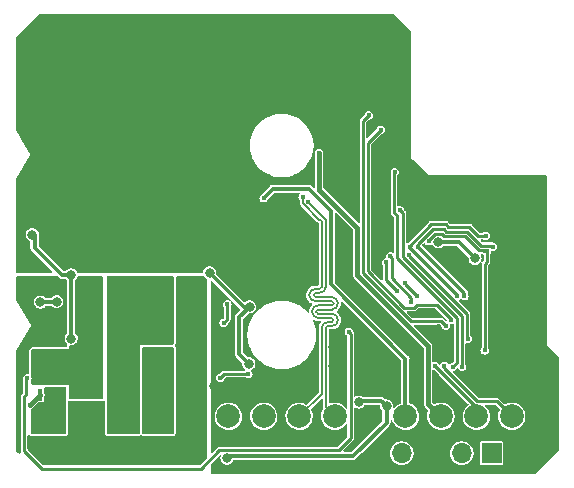
<source format=gbr>
%TF.GenerationSoftware,KiCad,Pcbnew,(5.99.0-12980-gcf6acae791)*%
%TF.CreationDate,2022-01-10T14:37:02+01:00*%
%TF.ProjectId,GRIPPER_TWO_ADVANCED_CONTROL_BOARD,47524950-5045-4525-9f54-574f5f414456,rev?*%
%TF.SameCoordinates,Original*%
%TF.FileFunction,Copper,L2,Bot*%
%TF.FilePolarity,Positive*%
%FSLAX46Y46*%
G04 Gerber Fmt 4.6, Leading zero omitted, Abs format (unit mm)*
G04 Created by KiCad (PCBNEW (5.99.0-12980-gcf6acae791)) date 2022-01-10 14:37:02*
%MOMM*%
%LPD*%
G01*
G04 APERTURE LIST*
G04 Aperture macros list*
%AMRoundRect*
0 Rectangle with rounded corners*
0 $1 Rounding radius*
0 $2 $3 $4 $5 $6 $7 $8 $9 X,Y pos of 4 corners*
0 Add a 4 corners polygon primitive as box body*
4,1,4,$2,$3,$4,$5,$6,$7,$8,$9,$2,$3,0*
0 Add four circle primitives for the rounded corners*
1,1,$1+$1,$2,$3*
1,1,$1+$1,$4,$5*
1,1,$1+$1,$6,$7*
1,1,$1+$1,$8,$9*
0 Add four rect primitives between the rounded corners*
20,1,$1+$1,$2,$3,$4,$5,0*
20,1,$1+$1,$4,$5,$6,$7,0*
20,1,$1+$1,$6,$7,$8,$9,0*
20,1,$1+$1,$8,$9,$2,$3,0*%
G04 Aperture macros list end*
%TA.AperFunction,SMDPad,CuDef*%
%ADD10R,0.350000X1.000000*%
%TD*%
%TA.AperFunction,SMDPad,CuDef*%
%ADD11R,0.350000X0.800000*%
%TD*%
%TA.AperFunction,SMDPad,CuDef*%
%ADD12R,2.468750X1.700000*%
%TD*%
%TA.AperFunction,SMDPad,CuDef*%
%ADD13RoundRect,0.249999X0.450001X1.425001X-0.450001X1.425001X-0.450001X-1.425001X0.450001X-1.425001X0*%
%TD*%
%TA.AperFunction,ComponentPad*%
%ADD14R,1.700000X1.700000*%
%TD*%
%TA.AperFunction,ComponentPad*%
%ADD15O,1.700000X1.700000*%
%TD*%
%TA.AperFunction,ViaPad*%
%ADD16C,0.400000*%
%TD*%
%TA.AperFunction,ViaPad*%
%ADD17C,0.800000*%
%TD*%
%TA.AperFunction,ViaPad*%
%ADD18C,2.006400*%
%TD*%
%TA.AperFunction,Conductor*%
%ADD19C,0.380000*%
%TD*%
%TA.AperFunction,Conductor*%
%ADD20C,0.250000*%
%TD*%
%TA.AperFunction,Conductor*%
%ADD21C,0.400000*%
%TD*%
%TA.AperFunction,Conductor*%
%ADD22C,0.200000*%
%TD*%
G04 APERTURE END LIST*
D10*
%TO.P,Q3,1,S*%
%TO.N,/24V*%
X153100000Y-116350000D03*
%TO.P,Q3,2,S*%
X152475000Y-116350000D03*
%TO.P,Q3,3,S*%
X151825000Y-116350000D03*
%TO.P,Q3,4,G*%
%TO.N,Net-(Q1-Pad3)*%
X151200000Y-116350000D03*
D11*
%TO.P,Q3,5,D*%
%TO.N,/MOTOR_POWER*%
X151200000Y-113100000D03*
%TO.P,Q3,6,D*%
X151825000Y-113100000D03*
%TO.P,Q3,7,D*%
X152475000Y-113100000D03*
%TO.P,Q3,8,D*%
X153100000Y-113100000D03*
D12*
%TO.P,Q3,9*%
X152200000Y-114300000D03*
%TD*%
D13*
%TO.P,R12,1*%
%TO.N,/MOTOR_1*%
X161450000Y-108400000D03*
%TO.P,R12,2*%
%TO.N,/MOTOR_POWER*%
X155350000Y-108400000D03*
%TD*%
%TO.P,R15,1*%
%TO.N,/MOTOR_2*%
X161450000Y-114300000D03*
%TO.P,R15,2*%
%TO.N,/MOTOR_POWER*%
X155350000Y-114300000D03*
%TD*%
D14*
%TO.P,J1,1,Pin_1*%
%TO.N,/SWCLK*%
X189400000Y-121300000D03*
D15*
%TO.P,J1,2,Pin_2*%
%TO.N,/SWDIO*%
X186860000Y-121300000D03*
%TO.P,J1,3,Pin_3*%
%TO.N,GND*%
X184320000Y-121300000D03*
%TO.P,J1,4,Pin_4*%
%TO.N,+3V3*%
X181780000Y-121300000D03*
%TD*%
D16*
%TO.N,GND*%
X150600000Y-100100000D03*
D17*
X177400000Y-97300000D03*
X165900000Y-115573100D03*
D16*
X149900000Y-100100000D03*
D17*
X152576900Y-108478300D03*
X187800000Y-113200000D03*
X180500000Y-114600000D03*
D16*
X150600000Y-99400000D03*
D17*
X177400000Y-99700000D03*
X176003820Y-113900000D03*
D16*
X173500000Y-84600000D03*
D17*
X193300000Y-112200000D03*
D16*
X150700000Y-91900000D03*
D17*
X183700000Y-101200000D03*
X151200000Y-108500000D03*
D16*
X172800000Y-84600000D03*
D17*
X183000000Y-112800000D03*
X190400000Y-106200000D03*
X176003820Y-112300000D03*
X190400000Y-115500000D03*
D16*
X174200000Y-84600000D03*
X150700000Y-92600000D03*
X149900000Y-99400000D03*
X150000000Y-91900000D03*
D17*
X184100000Y-109400000D03*
X185800000Y-112500000D03*
D16*
X174200000Y-85300000D03*
D17*
X173700000Y-122600000D03*
X177400000Y-98500000D03*
X169200000Y-122600000D03*
X185800000Y-111200000D03*
X179100000Y-108700000D03*
X177900000Y-107500000D03*
D16*
X150000000Y-92600000D03*
X173500000Y-85300000D03*
D17*
X168100000Y-122600000D03*
D18*
X179100000Y-118200000D03*
D17*
X180500000Y-115800000D03*
X169900000Y-115100000D03*
X184700000Y-101200000D03*
D16*
X172800000Y-85300000D03*
%TO.N,Net-(Q1-Pad1)*%
X177300000Y-111000000D03*
X150088719Y-114966157D03*
%TO.N,Net-(Q1-Pad3)*%
X150300000Y-117200000D03*
D18*
%TO.N,/24V*%
X152100000Y-118177200D03*
D16*
%TO.N,/MOTOR_POWER*%
X156365902Y-107100000D03*
X155811000Y-110800000D03*
X156300000Y-116500000D03*
D18*
%TO.N,/RS485-*%
X167100000Y-118177200D03*
%TO.N,/RS485+*%
X170100000Y-118177200D03*
%TO.N,/CAN+*%
X176100000Y-118177200D03*
D16*
X173894455Y-99994455D03*
X173894455Y-99994455D03*
%TO.N,/CAN-*%
X173400000Y-99600000D03*
D18*
X173100000Y-118177200D03*
D16*
X173400000Y-99600000D03*
%TO.N,/CS1*%
X187376900Y-111600000D03*
X182400000Y-104500000D03*
%TO.N,/SPI_CLK*%
X188800000Y-112600000D03*
X189000000Y-104200000D03*
X184086366Y-103352730D03*
%TO.N,/SPI_MISO*%
X186501864Y-108000000D03*
X182500000Y-103800000D03*
X188900000Y-102900000D03*
%TO.N,/SPI_MOSI*%
X183200000Y-103800000D03*
X187100000Y-108000000D03*
X189500000Y-103800000D03*
%TO.N,/RS485_DE*%
X183100000Y-108000000D03*
X166700000Y-110268904D03*
X167024981Y-108700000D03*
X182066928Y-106913812D03*
%TO.N,/CURR1*%
X181402111Y-107597889D03*
X180462780Y-105137220D03*
%TO.N,/CURR2*%
X182612780Y-108512780D03*
X180825121Y-104641338D03*
%TO.N,/CAN_RX*%
X181200000Y-97500000D03*
X186100000Y-114000000D03*
%TO.N,/CAN_TX*%
X186900000Y-114000000D03*
X181600598Y-100700716D03*
%TO.N,/MOTOR_1*%
X160211000Y-110800000D03*
D18*
X158100000Y-118177200D03*
D16*
%TO.N,/MOTOR_2*%
X160200000Y-116400000D03*
D18*
X161100000Y-118177200D03*
D16*
%TO.N,/SEC_IN*%
X185500000Y-110500000D03*
X179000000Y-92700000D03*
%TO.N,/SEC_OUT*%
X185994380Y-110005620D03*
X180000000Y-93900000D03*
D17*
%TO.N,+3V3*%
X150500000Y-102800000D03*
X165518759Y-106018759D03*
X184900000Y-103400000D03*
X188000000Y-104800000D03*
X178142150Y-116974902D03*
X180500000Y-117300000D03*
X167000000Y-121718069D03*
X153800000Y-106200000D03*
X168842991Y-113723100D03*
X153800000Y-111600000D03*
X168900000Y-108900000D03*
D16*
%TO.N,GNDPWR*%
X152400000Y-110400000D03*
X149400000Y-115600000D03*
D18*
X155100000Y-118200000D03*
D16*
X152400000Y-111000000D03*
X150400000Y-107200000D03*
X151100000Y-106600000D03*
X152400000Y-106600000D03*
X149400000Y-116200000D03*
X152400000Y-111700000D03*
X150400000Y-106600000D03*
X149400000Y-115000000D03*
X151100000Y-107200000D03*
X152400000Y-107200000D03*
%TO.N,Net-(R11-Pad2)*%
X168800000Y-114600000D03*
X166441900Y-114900000D03*
%TO.N,/SEC*%
X174800000Y-95900000D03*
D18*
X185100000Y-118177200D03*
D16*
%TO.N,/UART_TX*%
X184600000Y-113900000D03*
D18*
X188100000Y-118178000D03*
D16*
%TO.N,/UART_RX*%
X185400000Y-113900000D03*
D18*
X191100000Y-118177200D03*
%TO.N,+12V*%
X182100000Y-118177200D03*
D16*
X170100000Y-99700000D03*
%TD*%
D19*
%TO.N,GND*%
X151221700Y-108478300D02*
X151200000Y-108500000D01*
X152576900Y-108478300D02*
X151221700Y-108478300D01*
D20*
%TO.N,Net-(Q1-Pad1)*%
X166358831Y-121041169D02*
X164800000Y-122600000D01*
X149823080Y-116502454D02*
X150000000Y-116325534D01*
X150000000Y-116325534D02*
X150000000Y-115054876D01*
X176458831Y-121041169D02*
X166358831Y-121041169D01*
X149823080Y-121123080D02*
X149823080Y-116502454D01*
X177465239Y-120034761D02*
X176458831Y-121041169D01*
X177465239Y-111165239D02*
X177465239Y-120034761D01*
X151300000Y-122600000D02*
X149823080Y-121123080D01*
X150000000Y-115054876D02*
X150088719Y-114966157D01*
X177300000Y-111000000D02*
X177465239Y-111165239D01*
X164800000Y-122600000D02*
X151300000Y-122600000D01*
D21*
%TO.N,Net-(Q1-Pad3)*%
X151150000Y-116350000D02*
X151200000Y-116350000D01*
X150300000Y-117200000D02*
X151150000Y-116350000D01*
D22*
%TO.N,/CAN+*%
X174823800Y-108080520D02*
X175862779Y-108080520D01*
X175351920Y-109136760D02*
X174693490Y-109136760D01*
X175862779Y-109136760D02*
X175351920Y-109136760D01*
X173823744Y-99994455D02*
X175351920Y-101522631D01*
X175000000Y-109489160D02*
X175862779Y-109489160D01*
X175351920Y-117429120D02*
X176100000Y-118177200D01*
X174562941Y-109267309D02*
X174562941Y-109358611D01*
X174693490Y-109489160D02*
X175000000Y-109489160D01*
X174489141Y-108080520D02*
X174823800Y-108080520D01*
X175351920Y-111547035D02*
X175351920Y-117429120D01*
X175351920Y-101522631D02*
X175351920Y-107200000D01*
X175862779Y-110545400D02*
X175528120Y-110545400D01*
X173894455Y-99994455D02*
X173823744Y-99994455D01*
X174823800Y-107728120D02*
X174489141Y-107728120D01*
X175351920Y-110721600D02*
X175351920Y-111547035D01*
X175351920Y-110721600D02*
G75*
G02*
X175528120Y-110545400I176201J-1D01*
G01*
X174312941Y-107904320D02*
G75*
G02*
X174489141Y-107728120I176201J-1D01*
G01*
X174562941Y-109267309D02*
G75*
G02*
X174693490Y-109136760I130549J0D01*
G01*
X174489141Y-108080520D02*
G75*
G02*
X174312941Y-107904320I1J176201D01*
G01*
X175862779Y-110545400D02*
G75*
G03*
X176390899Y-110017280I-1J528121D01*
G01*
X174823800Y-107728120D02*
G75*
G03*
X175351920Y-107200000I-1J528121D01*
G01*
X175862779Y-109136760D02*
G75*
G03*
X176390899Y-108608640I-1J528121D01*
G01*
X174693490Y-109489160D02*
G75*
G02*
X174562941Y-109358611I0J130549D01*
G01*
X176390899Y-110017280D02*
G75*
G03*
X175862779Y-109489160I-528121J-1D01*
G01*
X176390899Y-108608640D02*
G75*
G03*
X175862779Y-108080520I-528121J-1D01*
G01*
%TO.N,/CAN-*%
X174823800Y-107376200D02*
X174489141Y-107376200D01*
X175862779Y-110193480D02*
X175528120Y-110193480D01*
X174211021Y-109267309D02*
X174211021Y-109358611D01*
X173400000Y-100140225D02*
X173400000Y-99600000D01*
X174489141Y-108432440D02*
X175862779Y-108432440D01*
X174693490Y-109841080D02*
X175862779Y-109841080D01*
X175000000Y-101668401D02*
X175000000Y-107200000D01*
X174865800Y-101534201D02*
X175000000Y-101668401D01*
X173122800Y-118177200D02*
X173100000Y-118177200D01*
X173400000Y-100140225D02*
X174793976Y-101534201D01*
X174793976Y-101534201D02*
X174865800Y-101534201D01*
X175000000Y-110721600D02*
X175000000Y-116300000D01*
X175862779Y-108784840D02*
X174693490Y-108784840D01*
X175000000Y-116300000D02*
X173122800Y-118177200D01*
X174693490Y-109841080D02*
G75*
G02*
X174211021Y-109358611I0J482469D01*
G01*
X175000000Y-110721600D02*
G75*
G02*
X175528120Y-110193480I528121J-1D01*
G01*
X175862779Y-110193480D02*
G75*
G03*
X176038979Y-110017280I-1J176201D01*
G01*
X175862779Y-108784840D02*
G75*
G03*
X176038979Y-108608640I-1J176201D01*
G01*
X174489141Y-108432440D02*
G75*
G02*
X173961021Y-107904320I1J528121D01*
G01*
X174211021Y-109267309D02*
G75*
G02*
X174693490Y-108784840I482469J0D01*
G01*
X174823800Y-107376200D02*
G75*
G03*
X175000000Y-107200000I-1J176201D01*
G01*
X176038979Y-110017280D02*
G75*
G03*
X175862779Y-109841080I-176201J-1D01*
G01*
X173961021Y-107904320D02*
G75*
G02*
X174489141Y-107376200I528121J-1D01*
G01*
X176038979Y-108608640D02*
G75*
G03*
X175862779Y-108432440I-176201J-1D01*
G01*
D20*
%TO.N,/CS1*%
X182400000Y-104600000D02*
X187301920Y-109501920D01*
X187301920Y-111525020D02*
X187376900Y-111600000D01*
X182400000Y-104500000D02*
X182400000Y-104600000D01*
X187301920Y-109501920D02*
X187301920Y-111525020D01*
%TO.N,/SPI_CLK*%
X188657287Y-104123089D02*
X188360313Y-104123089D01*
X188734198Y-104200000D02*
X188657287Y-104123089D01*
X185390378Y-102933080D02*
X185180387Y-102723089D01*
X189000000Y-104200000D02*
X188734198Y-104200000D01*
X184609967Y-102723089D02*
X184086366Y-103246690D01*
X188360313Y-104123089D02*
X187170305Y-102933081D01*
X188826900Y-105307298D02*
X188826900Y-112573100D01*
X188826900Y-112573100D02*
X188800000Y-112600000D01*
X189000000Y-105134198D02*
X188826900Y-105307298D01*
X184086366Y-103246690D02*
X184086366Y-103352730D01*
X187170305Y-102933081D02*
X185390378Y-102933080D01*
X189000000Y-104200000D02*
X189000000Y-105134198D01*
X185180387Y-102723089D02*
X184609967Y-102723089D01*
%TO.N,/SPI_MISO*%
X185723338Y-102129240D02*
X187503267Y-102129243D01*
X185513347Y-101919249D02*
X185723338Y-102129240D01*
X186501864Y-107905608D02*
X182396256Y-103800000D01*
X188274024Y-102900000D02*
X188900000Y-102900000D01*
X182500000Y-103800000D02*
X182396256Y-103800000D01*
X186501864Y-108000000D02*
X186501864Y-107905608D01*
X182396256Y-103800000D02*
X184277007Y-101919249D01*
X184277007Y-101919249D02*
X185513347Y-101919249D01*
X187503267Y-102129243D02*
X188274024Y-102900000D01*
%TO.N,/SPI_MOSI*%
X188526793Y-103721169D02*
X187336786Y-102531162D01*
X189421169Y-103721169D02*
X188526793Y-103721169D01*
X183200000Y-103564656D02*
X183200000Y-103800000D01*
X185556858Y-102531160D02*
X185346867Y-102321169D01*
X187100000Y-107700000D02*
X183200000Y-103800000D01*
X184443487Y-102321169D02*
X183200000Y-103564656D01*
X187336786Y-102531162D02*
X185556858Y-102531160D01*
X187100000Y-108000000D02*
X187100000Y-107700000D01*
X189500000Y-103800000D02*
X189421169Y-103721169D01*
X185346867Y-102321169D02*
X184443487Y-102321169D01*
%TO.N,/RS485_DE*%
X167024981Y-109943923D02*
X167024981Y-108700000D01*
X182066928Y-106913812D02*
X182066928Y-106949172D01*
X183100000Y-107982244D02*
X183100000Y-108000000D01*
X166700000Y-110268904D02*
X167024981Y-109943923D01*
X182066928Y-106949172D02*
X183100000Y-107982244D01*
%TO.N,/CURR1*%
X181402111Y-107597889D02*
X180462780Y-106658558D01*
X180462780Y-106658558D02*
X180462780Y-105137220D01*
%TO.N,/CURR2*%
X180939691Y-106461030D02*
X182612780Y-108134119D01*
X182612780Y-108134119D02*
X182612780Y-108512780D01*
X180939691Y-104755908D02*
X180939691Y-106461030D01*
X180825121Y-104641338D02*
X180939691Y-104755908D01*
%TO.N,/CAN_RX*%
X181123687Y-100898260D02*
X181403054Y-101177627D01*
X186498080Y-109834880D02*
X186498080Y-113601920D01*
X181400000Y-101180681D02*
X181400000Y-104772144D01*
X181400000Y-104772144D02*
X181956686Y-105328830D01*
X181403054Y-101177627D02*
X181400000Y-101180681D01*
X186498080Y-113601920D02*
X186100000Y-114000000D01*
X181200000Y-97500000D02*
X181123687Y-97576313D01*
X181992031Y-105328831D02*
X186498080Y-109834880D01*
X181956686Y-105328830D02*
X181992031Y-105328831D01*
X181123687Y-97576313D02*
X181123687Y-100898260D01*
%TO.N,/CAN_TX*%
X181873089Y-103623167D02*
X181900000Y-103596256D01*
X181873089Y-104676833D02*
X181873089Y-103623167D01*
X186900000Y-109668400D02*
X182158511Y-104926911D01*
X182123167Y-104926911D02*
X181873089Y-104676833D01*
X186900000Y-114000000D02*
X186900000Y-109668400D01*
X181900000Y-103596256D02*
X181900000Y-101000118D01*
X181900000Y-101000118D02*
X181600598Y-100700716D01*
X182158511Y-104926911D02*
X182123167Y-104926911D01*
%TO.N,/SEC_IN*%
X185500000Y-110500000D02*
X185101919Y-110101919D01*
X178498081Y-93201919D02*
X179000000Y-92700000D01*
X184676833Y-110126911D02*
X182579944Y-110126911D01*
X184701825Y-110101919D02*
X184676833Y-110126911D01*
X185101919Y-110101919D02*
X184701825Y-110101919D01*
X178498081Y-106045048D02*
X178498081Y-93201919D01*
X182579944Y-110126911D02*
X178498081Y-106045048D01*
%TO.N,/SEC_OUT*%
X182011124Y-108989691D02*
X178900000Y-105878567D01*
X184737224Y-108710324D02*
X183089691Y-108710324D01*
X178900000Y-105878567D02*
X178900000Y-95000000D01*
X178900000Y-95000000D02*
X180000000Y-93900000D01*
X185994380Y-110005620D02*
X185994380Y-109967480D01*
X185994380Y-109967480D02*
X184737224Y-108710324D01*
X183089691Y-108710324D02*
X182810324Y-108989691D01*
X182810324Y-108989691D02*
X182011124Y-108989691D01*
D19*
%TO.N,+3V3*%
X188000000Y-104800000D02*
X186600000Y-103400000D01*
X168842991Y-113723100D02*
X168000000Y-112880109D01*
X153800000Y-106200000D02*
X153800000Y-111600000D01*
X186600000Y-103400000D02*
X184900000Y-103400000D01*
X168000000Y-109800000D02*
X168900000Y-108900000D01*
X150700000Y-103000000D02*
X150500000Y-102800000D01*
X153000000Y-106200000D02*
X150700000Y-103900000D01*
X168000000Y-112880109D02*
X168000000Y-109800000D01*
X167209980Y-121508089D02*
X177694186Y-121508089D01*
X168400000Y-108900000D02*
X165518759Y-106018759D01*
X153800000Y-106200000D02*
X153000000Y-106200000D01*
X167000000Y-121718069D02*
X167209980Y-121508089D01*
X180500000Y-118702275D02*
X180500000Y-117300000D01*
X177694186Y-121508089D02*
X180500000Y-118702275D01*
X168900000Y-108900000D02*
X168400000Y-108900000D01*
X180054889Y-116854889D02*
X178262163Y-116854889D01*
X180500000Y-117300000D02*
X180054889Y-116854889D01*
X178262163Y-116854889D02*
X178142150Y-116974902D01*
X150700000Y-103900000D02*
X150700000Y-103000000D01*
D20*
%TO.N,Net-(R11-Pad2)*%
X168800000Y-114600000D02*
X166741900Y-114600000D01*
X166741900Y-114600000D02*
X166441900Y-114900000D01*
D21*
%TO.N,/SEC*%
X184000000Y-112221433D02*
X178021160Y-106242593D01*
X185077200Y-118177200D02*
X184000000Y-117100000D01*
X174800000Y-99009810D02*
X174800000Y-95900000D01*
X178021160Y-102230970D02*
X174800000Y-99009810D01*
X178021160Y-106242593D02*
X178021160Y-102230970D01*
X185100000Y-118177200D02*
X185077200Y-118177200D01*
X184000000Y-117100000D02*
X184000000Y-112221433D01*
D20*
%TO.N,/UART_TX*%
X185123167Y-114426911D02*
X185126911Y-114426911D01*
X188100000Y-117400000D02*
X188100000Y-118178000D01*
X184600000Y-113900000D02*
X184600000Y-113903744D01*
X184600000Y-113903744D02*
X185123167Y-114426911D01*
X185126911Y-114426911D02*
X188100000Y-117400000D01*
%TO.N,/UART_RX*%
X185400000Y-114100000D02*
X188197889Y-116897889D01*
X189820689Y-116897889D02*
X191100000Y-118177200D01*
X185400000Y-113900000D02*
X185400000Y-114100000D01*
X188197889Y-116897889D02*
X189820689Y-116897889D01*
D19*
%TO.N,+12V*%
X170100000Y-99700000D02*
X170900000Y-98900000D01*
X173900000Y-98900000D02*
X175800000Y-100800000D01*
X170900000Y-98900000D02*
X173900000Y-98900000D01*
X175800000Y-100800000D02*
X175800000Y-107000000D01*
X175800000Y-107000000D02*
X182100000Y-113300000D01*
X182100000Y-113300000D02*
X182100000Y-118177200D01*
%TD*%
%TA.AperFunction,Conductor*%
%TO.N,GNDPWR*%
G36*
X165043632Y-106320002D02*
G01*
X165075474Y-106349296D01*
X165124426Y-106413092D01*
X165239445Y-106501349D01*
X165239923Y-106501716D01*
X165239866Y-106501791D01*
X165285992Y-106550163D01*
X165300000Y-106607903D01*
X165300000Y-121654800D01*
X165279998Y-121722921D01*
X165263095Y-121743895D01*
X164721795Y-122285195D01*
X164659483Y-122319221D01*
X164632700Y-122322100D01*
X151467300Y-122322100D01*
X151399179Y-122302098D01*
X151378205Y-122285195D01*
X150137885Y-121044875D01*
X150103859Y-120982563D01*
X150100980Y-120955780D01*
X150100980Y-119838655D01*
X150120982Y-119770534D01*
X150174638Y-119724041D01*
X150244912Y-119713937D01*
X150309492Y-119743431D01*
X150322205Y-119756143D01*
X150342703Y-119779799D01*
X150350280Y-119784669D01*
X150350283Y-119784671D01*
X150385523Y-119807318D01*
X150414943Y-119826225D01*
X150423587Y-119828763D01*
X150423589Y-119828764D01*
X150478741Y-119844958D01*
X150478745Y-119844959D01*
X150483064Y-119846227D01*
X150487512Y-119846867D01*
X150487519Y-119846868D01*
X150521552Y-119851761D01*
X150521559Y-119851761D01*
X150526000Y-119852400D01*
X153274000Y-119852400D01*
X153306394Y-119848917D01*
X153358736Y-119837531D01*
X153426143Y-119803790D01*
X153479799Y-119757297D01*
X153484669Y-119749720D01*
X153484671Y-119749717D01*
X153521354Y-119692636D01*
X153526225Y-119685057D01*
X153531884Y-119665785D01*
X153544958Y-119621259D01*
X153544959Y-119621255D01*
X153546227Y-119616936D01*
X153547743Y-119606394D01*
X153551761Y-119578448D01*
X153551761Y-119578441D01*
X153552400Y-119574000D01*
X153552400Y-116972852D01*
X153572402Y-116904731D01*
X153626058Y-116858238D01*
X153696333Y-116848135D01*
X153721543Y-116851760D01*
X153721554Y-116851761D01*
X153726000Y-116852400D01*
X156259151Y-116852400D01*
X156278861Y-116853951D01*
X156300000Y-116857299D01*
X156321139Y-116853951D01*
X156340849Y-116852400D01*
X156374000Y-116852400D01*
X156406394Y-116848917D01*
X156458736Y-116837531D01*
X156465786Y-116834002D01*
X156473216Y-116831381D01*
X156473703Y-116832761D01*
X156535071Y-116821690D01*
X156600663Y-116848861D01*
X156641153Y-116907179D01*
X156647600Y-116946968D01*
X156647600Y-119574000D01*
X156651083Y-119606394D01*
X156662469Y-119658736D01*
X156696210Y-119726143D01*
X156742703Y-119779799D01*
X156750280Y-119784669D01*
X156750283Y-119784671D01*
X156785523Y-119807318D01*
X156814943Y-119826225D01*
X156823587Y-119828763D01*
X156823589Y-119828764D01*
X156878741Y-119844958D01*
X156878745Y-119844959D01*
X156883064Y-119846227D01*
X156887512Y-119846867D01*
X156887519Y-119846868D01*
X156921552Y-119851761D01*
X156921559Y-119851761D01*
X156926000Y-119852400D01*
X159474000Y-119852400D01*
X159506394Y-119848917D01*
X159558736Y-119837531D01*
X159626143Y-119803790D01*
X159632057Y-119798665D01*
X159699786Y-119777459D01*
X159770156Y-119797442D01*
X159814943Y-119826225D01*
X159823587Y-119828763D01*
X159823589Y-119828764D01*
X159878741Y-119844958D01*
X159878745Y-119844959D01*
X159883064Y-119846227D01*
X159887512Y-119846867D01*
X159887519Y-119846868D01*
X159921552Y-119851761D01*
X159921559Y-119851761D01*
X159926000Y-119852400D01*
X162374000Y-119852400D01*
X162406394Y-119848917D01*
X162458736Y-119837531D01*
X162526143Y-119803790D01*
X162579799Y-119757297D01*
X162584669Y-119749720D01*
X162584671Y-119749717D01*
X162621354Y-119692636D01*
X162626225Y-119685057D01*
X162631884Y-119665785D01*
X162644958Y-119621259D01*
X162644959Y-119621255D01*
X162646227Y-119616936D01*
X162647743Y-119606394D01*
X162651761Y-119578448D01*
X162651761Y-119578441D01*
X162652400Y-119574000D01*
X162652400Y-112426000D01*
X162648917Y-112393606D01*
X162637531Y-112341264D01*
X162603790Y-112273857D01*
X162598665Y-112267943D01*
X162577459Y-112200214D01*
X162597442Y-112129844D01*
X162621353Y-112092638D01*
X162626225Y-112085057D01*
X162629435Y-112074126D01*
X162644958Y-112021259D01*
X162644959Y-112021255D01*
X162646227Y-112016936D01*
X162652400Y-111974000D01*
X162652400Y-106426000D01*
X162672402Y-106357879D01*
X162726058Y-106311386D01*
X162778400Y-106300000D01*
X164975511Y-106300000D01*
X165043632Y-106320002D01*
G37*
%TD.AperFunction*%
%TA.AperFunction,Conductor*%
G36*
X152630998Y-106320002D02*
G01*
X152651972Y-106336905D01*
X152743046Y-106427979D01*
X152750473Y-106436083D01*
X152776188Y-106466729D01*
X152785734Y-106472241D01*
X152785736Y-106472242D01*
X152810822Y-106486725D01*
X152820090Y-106492629D01*
X152852848Y-106515567D01*
X152863499Y-106518421D01*
X152867356Y-106520220D01*
X152871360Y-106521677D01*
X152880912Y-106527192D01*
X152918926Y-106533895D01*
X152920294Y-106534136D01*
X152931025Y-106536515D01*
X152959003Y-106544012D01*
X152959007Y-106544012D01*
X152969653Y-106546865D01*
X152980637Y-106545904D01*
X153009484Y-106543380D01*
X153020466Y-106542900D01*
X153304065Y-106542900D01*
X153372186Y-106562902D01*
X153393882Y-106582860D01*
X153394800Y-106581942D01*
X153400641Y-106587783D01*
X153405667Y-106594333D01*
X153412217Y-106599359D01*
X153418058Y-106605200D01*
X153416027Y-106607231D01*
X153449674Y-106653318D01*
X153457100Y-106695935D01*
X153457100Y-111104065D01*
X153437098Y-111172186D01*
X153417138Y-111193883D01*
X153418057Y-111194802D01*
X153412220Y-111200639D01*
X153405667Y-111205667D01*
X153317043Y-111321165D01*
X153313884Y-111328791D01*
X153313883Y-111328793D01*
X153303291Y-111354365D01*
X153261331Y-111455664D01*
X153242329Y-111600000D01*
X153261331Y-111744336D01*
X153264490Y-111751962D01*
X153304468Y-111848476D01*
X153317043Y-111878835D01*
X153405667Y-111994333D01*
X153430722Y-112013558D01*
X153434931Y-112016788D01*
X153476798Y-112074126D01*
X153481020Y-112144997D01*
X153475488Y-112161293D01*
X153473775Y-112163959D01*
X153471235Y-112172608D01*
X153471235Y-112172609D01*
X153456520Y-112222726D01*
X153453773Y-112232080D01*
X153453133Y-112236532D01*
X153453131Y-112236541D01*
X153452702Y-112239527D01*
X153452281Y-112240449D01*
X153452175Y-112240936D01*
X153452069Y-112240913D01*
X153423212Y-112304109D01*
X153363487Y-112342495D01*
X153327984Y-112347600D01*
X150526000Y-112347600D01*
X150493606Y-112351083D01*
X150441264Y-112362469D01*
X150373857Y-112396210D01*
X150320201Y-112442703D01*
X150315331Y-112450280D01*
X150315329Y-112450283D01*
X150295857Y-112480583D01*
X150273775Y-112514943D01*
X150271237Y-112523587D01*
X150271236Y-112523589D01*
X150267220Y-112537269D01*
X150253773Y-112583064D01*
X150247600Y-112626000D01*
X150247600Y-114486495D01*
X150227598Y-114554616D01*
X150173942Y-114601109D01*
X150108429Y-114610051D01*
X150108429Y-114610409D01*
X150105809Y-114610409D01*
X150101890Y-114610944D01*
X150098512Y-114610409D01*
X150088719Y-114608858D01*
X149978308Y-114626345D01*
X149878704Y-114677096D01*
X149799658Y-114756142D01*
X149761894Y-114830258D01*
X149758321Y-114837271D01*
X149748907Y-114855746D01*
X149731420Y-114966157D01*
X149729901Y-114965916D01*
X149726672Y-114982721D01*
X149728068Y-114983061D01*
X149725965Y-114991703D01*
X149722670Y-114999963D01*
X149722100Y-115005777D01*
X149722100Y-115008863D01*
X149721950Y-115011929D01*
X149721578Y-115011911D01*
X149720851Y-115018125D01*
X149720878Y-115018126D01*
X149720310Y-115029744D01*
X149717623Y-115041065D01*
X149719192Y-115052594D01*
X149719192Y-115052595D01*
X149720949Y-115065504D01*
X149722100Y-115082495D01*
X149722100Y-116158234D01*
X149702098Y-116226355D01*
X149685195Y-116247329D01*
X149660543Y-116271981D01*
X149659047Y-116273273D01*
X149654519Y-116275486D01*
X149646624Y-116283996D01*
X149646625Y-116283996D01*
X149623834Y-116308565D01*
X149620554Y-116311970D01*
X149608298Y-116324226D01*
X149605715Y-116327991D01*
X149603975Y-116329973D01*
X149584113Y-116351385D01*
X149579802Y-116362190D01*
X149575912Y-116368344D01*
X149574142Y-116371658D01*
X149571189Y-116378322D01*
X149564608Y-116387915D01*
X149561921Y-116399236D01*
X149561921Y-116399237D01*
X149559506Y-116409414D01*
X149553942Y-116427008D01*
X149545750Y-116447541D01*
X149545180Y-116453355D01*
X149545180Y-116456444D01*
X149545030Y-116459507D01*
X149544658Y-116459489D01*
X149543931Y-116465703D01*
X149543958Y-116465704D01*
X149543390Y-116477322D01*
X149540703Y-116488643D01*
X149542272Y-116500172D01*
X149542272Y-116500173D01*
X149544029Y-116513082D01*
X149545180Y-116530073D01*
X149545180Y-121075048D01*
X149545036Y-121077014D01*
X149543399Y-121081780D01*
X149543834Y-121093369D01*
X149543834Y-121093370D01*
X149545091Y-121126847D01*
X149545180Y-121131574D01*
X149545180Y-121148928D01*
X149546015Y-121153409D01*
X149546189Y-121156093D01*
X149547283Y-121185233D01*
X149548394Y-121187818D01*
X149544221Y-121252952D01*
X149502098Y-121310102D01*
X149435764Y-121335406D01*
X149366279Y-121320830D01*
X149336747Y-121298892D01*
X149160805Y-121122950D01*
X149126779Y-121060638D01*
X149123900Y-121033855D01*
X149123900Y-112711865D01*
X149140784Y-112648859D01*
X150364140Y-110530199D01*
X150364141Y-110530197D01*
X150372734Y-110515315D01*
X150378038Y-110508402D01*
X150377116Y-110501400D01*
X150378038Y-110494398D01*
X150372734Y-110487485D01*
X150371447Y-110485255D01*
X150371387Y-110484873D01*
X150370414Y-110483276D01*
X150370524Y-110483209D01*
X150368610Y-110480342D01*
X149225121Y-108500000D01*
X150642329Y-108500000D01*
X150643407Y-108508188D01*
X150657385Y-108614360D01*
X150661331Y-108644336D01*
X150664490Y-108651962D01*
X150706279Y-108752848D01*
X150717043Y-108778835D01*
X150805667Y-108894333D01*
X150921164Y-108982957D01*
X151055664Y-109038669D01*
X151200000Y-109057671D01*
X151208188Y-109056593D01*
X151336148Y-109039747D01*
X151344336Y-109038669D01*
X151478836Y-108982957D01*
X151583707Y-108902487D01*
X151587782Y-108899360D01*
X151587783Y-108899359D01*
X151594333Y-108894333D01*
X151612624Y-108870495D01*
X151669961Y-108828629D01*
X151712586Y-108821200D01*
X152080965Y-108821200D01*
X152149086Y-108841202D01*
X152170783Y-108861162D01*
X152171702Y-108860243D01*
X152177539Y-108866080D01*
X152182567Y-108872633D01*
X152298064Y-108961257D01*
X152432564Y-109016969D01*
X152576900Y-109035971D01*
X152585088Y-109034893D01*
X152713048Y-109018047D01*
X152721236Y-109016969D01*
X152855736Y-108961257D01*
X152971233Y-108872633D01*
X153059857Y-108757135D01*
X153064688Y-108745474D01*
X153112410Y-108630262D01*
X153115569Y-108622636D01*
X153117353Y-108609090D01*
X153133493Y-108486488D01*
X153134571Y-108478300D01*
X153127401Y-108423836D01*
X153116647Y-108342150D01*
X153116646Y-108342148D01*
X153115569Y-108333964D01*
X153071882Y-108228495D01*
X153063017Y-108207093D01*
X153063016Y-108207091D01*
X153059857Y-108199465D01*
X152971233Y-108083967D01*
X152855736Y-107995343D01*
X152721236Y-107939631D01*
X152703303Y-107937270D01*
X152627701Y-107927317D01*
X152576900Y-107920629D01*
X152568712Y-107921707D01*
X152440750Y-107938553D01*
X152440748Y-107938554D01*
X152432564Y-107939631D01*
X152423448Y-107943407D01*
X152305693Y-107992183D01*
X152305691Y-107992184D01*
X152298065Y-107995343D01*
X152182567Y-108083967D01*
X152177539Y-108090520D01*
X152171702Y-108096357D01*
X152169670Y-108094325D01*
X152123582Y-108127974D01*
X152080965Y-108135400D01*
X151674733Y-108135400D01*
X151606612Y-108115398D01*
X151594411Y-108105565D01*
X151594333Y-108105667D01*
X151562001Y-108080858D01*
X151478836Y-108017043D01*
X151344336Y-107961331D01*
X151200000Y-107942329D01*
X151191812Y-107943407D01*
X151063850Y-107960253D01*
X151063848Y-107960254D01*
X151055664Y-107961331D01*
X151017445Y-107977162D01*
X150928793Y-108013883D01*
X150928791Y-108013884D01*
X150921165Y-108017043D01*
X150805667Y-108105667D01*
X150717043Y-108221165D01*
X150713884Y-108228791D01*
X150713883Y-108228793D01*
X150691149Y-108283678D01*
X150661331Y-108355664D01*
X150660254Y-108363848D01*
X150660253Y-108363850D01*
X150658420Y-108377774D01*
X150642329Y-108500000D01*
X149225121Y-108500000D01*
X149140784Y-108353941D01*
X149123900Y-108290935D01*
X149123900Y-106426000D01*
X149143902Y-106357879D01*
X149197558Y-106311386D01*
X149249900Y-106300000D01*
X152562877Y-106300000D01*
X152630998Y-106320002D01*
G37*
%TD.AperFunction*%
%TD*%
%TA.AperFunction,Conductor*%
%TO.N,GND*%
G36*
X181105735Y-84138993D02*
G01*
X181110571Y-84143426D01*
X182551874Y-85584729D01*
X182573614Y-85631349D01*
X182573900Y-85637903D01*
X182573900Y-96246448D01*
X182571840Y-96251445D01*
X182575800Y-96260960D01*
X182579766Y-96270534D01*
X182584759Y-96272602D01*
X182765454Y-96452695D01*
X184063486Y-97746400D01*
X184077715Y-97760582D01*
X184079766Y-97765534D01*
X184084758Y-97767602D01*
X184084774Y-97767618D01*
X184089560Y-97769591D01*
X184093927Y-97771400D01*
X184093948Y-97771400D01*
X184098945Y-97773460D01*
X184103895Y-97771400D01*
X193999792Y-97771400D01*
X194048130Y-97788993D01*
X194073850Y-97833542D01*
X194074992Y-97846606D01*
X194073902Y-112074085D01*
X194073901Y-112091425D01*
X194071840Y-112096400D01*
X194075627Y-112105542D01*
X194079765Y-112115533D01*
X194084739Y-112117594D01*
X195051874Y-113084729D01*
X195073614Y-113131349D01*
X195073900Y-113137903D01*
X195073900Y-121054897D01*
X195056307Y-121103235D01*
X195051874Y-121108071D01*
X193110571Y-123049374D01*
X193063951Y-123071114D01*
X193057397Y-123071400D01*
X165675201Y-123071400D01*
X165626863Y-123053807D01*
X165601143Y-123009258D01*
X165600001Y-122996201D01*
X165599988Y-122224171D01*
X165617581Y-122175833D01*
X165622014Y-122170996D01*
X166365164Y-121427846D01*
X166411784Y-121406106D01*
X166461471Y-121419420D01*
X166490976Y-121461557D01*
X166487814Y-121509798D01*
X166461331Y-121573733D01*
X166442329Y-121718069D01*
X166461331Y-121862405D01*
X166517043Y-121996904D01*
X166520039Y-122000808D01*
X166520041Y-122000812D01*
X166540137Y-122027001D01*
X166605667Y-122112402D01*
X166721164Y-122201026D01*
X166756875Y-122215818D01*
X166851110Y-122254852D01*
X166851112Y-122254853D01*
X166855664Y-122256738D01*
X167000000Y-122275740D01*
X167144336Y-122256738D01*
X167148888Y-122254853D01*
X167148890Y-122254852D01*
X167243125Y-122215818D01*
X167278836Y-122201026D01*
X167394333Y-122112402D01*
X167459863Y-122027001D01*
X167479959Y-122000812D01*
X167479961Y-122000808D01*
X167482957Y-121996904D01*
X167524169Y-121897411D01*
X167558922Y-121859486D01*
X167593645Y-121850989D01*
X177675930Y-121850989D01*
X177682485Y-121851275D01*
X177717980Y-121854381D01*
X177717982Y-121854381D01*
X177724533Y-121854954D01*
X177730884Y-121853252D01*
X177730887Y-121853252D01*
X177765302Y-121844030D01*
X177771707Y-121842610D01*
X177806797Y-121836423D01*
X177813274Y-121835281D01*
X177818972Y-121831991D01*
X177822244Y-121830800D01*
X177831831Y-121826829D01*
X177834980Y-121825360D01*
X177841338Y-121823657D01*
X177875933Y-121799433D01*
X177881444Y-121795922D01*
X177917998Y-121774818D01*
X177922226Y-121769780D01*
X177922230Y-121769776D01*
X177945136Y-121742477D01*
X177949569Y-121737640D01*
X178401279Y-121285930D01*
X180772345Y-121285930D01*
X180772653Y-121289598D01*
X180772653Y-121289601D01*
X180787093Y-121461557D01*
X180788803Y-121481919D01*
X180843015Y-121670979D01*
X180932916Y-121845908D01*
X181055083Y-122000044D01*
X181057877Y-122002422D01*
X181057878Y-122002423D01*
X181092691Y-122032051D01*
X181204862Y-122127516D01*
X181208063Y-122129305D01*
X181208066Y-122129307D01*
X181246656Y-122150874D01*
X181376547Y-122223467D01*
X181380044Y-122224603D01*
X181380048Y-122224605D01*
X181470755Y-122254077D01*
X181563600Y-122284244D01*
X181670984Y-122297049D01*
X181755237Y-122307096D01*
X181755239Y-122307096D01*
X181758895Y-122307532D01*
X181954994Y-122292443D01*
X182089630Y-122254852D01*
X182140883Y-122240542D01*
X182140885Y-122240541D01*
X182144428Y-122239552D01*
X182226632Y-122198028D01*
X182316697Y-122152533D01*
X182316698Y-122152532D01*
X182319981Y-122150874D01*
X182474966Y-122029786D01*
X182603480Y-121880901D01*
X182618220Y-121854954D01*
X182698810Y-121713091D01*
X182698812Y-121713088D01*
X182700628Y-121709890D01*
X182762710Y-121523266D01*
X182787360Y-121328138D01*
X182787753Y-121300000D01*
X182787408Y-121296481D01*
X182786374Y-121285930D01*
X185852345Y-121285930D01*
X185852653Y-121289598D01*
X185852653Y-121289601D01*
X185867093Y-121461557D01*
X185868803Y-121481919D01*
X185923015Y-121670979D01*
X186012916Y-121845908D01*
X186135083Y-122000044D01*
X186137877Y-122002422D01*
X186137878Y-122002423D01*
X186172691Y-122032051D01*
X186284862Y-122127516D01*
X186288063Y-122129305D01*
X186288066Y-122129307D01*
X186326656Y-122150874D01*
X186456547Y-122223467D01*
X186460044Y-122224603D01*
X186460048Y-122224605D01*
X186550755Y-122254077D01*
X186643600Y-122284244D01*
X186750984Y-122297049D01*
X186835237Y-122307096D01*
X186835239Y-122307096D01*
X186838895Y-122307532D01*
X187034994Y-122292443D01*
X187169630Y-122254852D01*
X187220883Y-122240542D01*
X187220885Y-122240541D01*
X187224428Y-122239552D01*
X187306632Y-122198028D01*
X187396697Y-122152533D01*
X187396698Y-122152532D01*
X187399981Y-122150874D01*
X187554966Y-122029786D01*
X187683480Y-121880901D01*
X187698220Y-121854954D01*
X187778810Y-121713091D01*
X187778812Y-121713088D01*
X187780628Y-121709890D01*
X187842710Y-121523266D01*
X187867360Y-121328138D01*
X187867753Y-121300000D01*
X187867408Y-121296481D01*
X187848921Y-121107927D01*
X187848920Y-121107922D01*
X187848561Y-121104260D01*
X187791714Y-120915975D01*
X187699379Y-120742318D01*
X187575072Y-120589903D01*
X187423528Y-120464535D01*
X187368799Y-120434943D01*
X188397100Y-120434943D01*
X188397101Y-122165056D01*
X188405972Y-122209658D01*
X188439766Y-122260234D01*
X188445923Y-122264348D01*
X188484183Y-122289913D01*
X188484184Y-122289914D01*
X188490342Y-122294028D01*
X188534943Y-122302900D01*
X189399882Y-122302900D01*
X190265056Y-122302899D01*
X190309658Y-122294028D01*
X190360234Y-122260234D01*
X190384801Y-122223467D01*
X190389913Y-122215817D01*
X190389914Y-122215816D01*
X190394028Y-122209658D01*
X190396341Y-122198028D01*
X190402179Y-122168682D01*
X190402179Y-122168681D01*
X190402900Y-122165057D01*
X190402899Y-120434944D01*
X190394028Y-120390342D01*
X190360234Y-120339766D01*
X190354077Y-120335652D01*
X190315817Y-120310087D01*
X190315816Y-120310086D01*
X190309658Y-120305972D01*
X190265057Y-120297100D01*
X189400118Y-120297100D01*
X188534944Y-120297101D01*
X188490342Y-120305972D01*
X188439766Y-120339766D01*
X188435652Y-120345923D01*
X188417735Y-120372738D01*
X188405972Y-120390342D01*
X188397100Y-120434943D01*
X187368799Y-120434943D01*
X187250520Y-120370990D01*
X187062637Y-120312830D01*
X186919832Y-120297821D01*
X186870690Y-120292656D01*
X186870689Y-120292656D01*
X186867035Y-120292272D01*
X186769101Y-120301184D01*
X186674824Y-120309764D01*
X186674823Y-120309764D01*
X186671166Y-120310097D01*
X186667641Y-120311134D01*
X186667638Y-120311135D01*
X186549440Y-120345923D01*
X186482489Y-120365628D01*
X186308192Y-120456748D01*
X186154912Y-120579988D01*
X186028489Y-120730653D01*
X186026718Y-120733875D01*
X186026717Y-120733876D01*
X185956412Y-120861762D01*
X185933739Y-120903004D01*
X185874269Y-121090476D01*
X185852345Y-121285930D01*
X182786374Y-121285930D01*
X182768921Y-121107927D01*
X182768920Y-121107922D01*
X182768561Y-121104260D01*
X182711714Y-120915975D01*
X182619379Y-120742318D01*
X182495072Y-120589903D01*
X182343528Y-120464535D01*
X182170520Y-120370990D01*
X181982637Y-120312830D01*
X181839832Y-120297821D01*
X181790690Y-120292656D01*
X181790689Y-120292656D01*
X181787035Y-120292272D01*
X181689101Y-120301184D01*
X181594824Y-120309764D01*
X181594823Y-120309764D01*
X181591166Y-120310097D01*
X181587641Y-120311134D01*
X181587638Y-120311135D01*
X181469440Y-120345923D01*
X181402489Y-120365628D01*
X181228192Y-120456748D01*
X181074912Y-120579988D01*
X180948489Y-120730653D01*
X180946718Y-120733875D01*
X180946717Y-120733876D01*
X180876412Y-120861762D01*
X180853739Y-120903004D01*
X180794269Y-121090476D01*
X180772345Y-121285930D01*
X178401279Y-121285930D01*
X180729550Y-118957658D01*
X180734387Y-118953225D01*
X180761689Y-118930316D01*
X180766729Y-118926087D01*
X180787832Y-118889535D01*
X180791356Y-118884003D01*
X180811795Y-118854814D01*
X180815567Y-118849427D01*
X180817270Y-118843073D01*
X180818738Y-118839924D01*
X180822721Y-118830308D01*
X180823904Y-118827059D01*
X180827192Y-118821363D01*
X180834522Y-118779792D01*
X180835942Y-118773387D01*
X180845163Y-118738976D01*
X180845163Y-118738973D01*
X180846865Y-118732622D01*
X180843186Y-118690574D01*
X180842900Y-118684019D01*
X180842900Y-118525960D01*
X180860493Y-118477622D01*
X180905042Y-118451902D01*
X180955700Y-118460835D01*
X180988765Y-118500240D01*
X180990986Y-118507448D01*
X181005543Y-118564767D01*
X181094499Y-118757726D01*
X181217128Y-118931244D01*
X181219591Y-118933643D01*
X181219595Y-118933648D01*
X181309253Y-119020988D01*
X181369326Y-119079508D01*
X181545993Y-119197553D01*
X181549155Y-119198912D01*
X181549156Y-119198912D01*
X181738049Y-119280067D01*
X181738051Y-119280068D01*
X181741215Y-119281427D01*
X181948452Y-119328320D01*
X182070654Y-119333121D01*
X182157321Y-119336527D01*
X182157324Y-119336527D01*
X182160765Y-119336662D01*
X182164170Y-119336168D01*
X182164175Y-119336168D01*
X182313548Y-119314509D01*
X182371042Y-119306173D01*
X182376775Y-119304227D01*
X182568980Y-119238983D01*
X182568983Y-119238981D01*
X182572243Y-119237875D01*
X182757628Y-119134054D01*
X182920988Y-118998188D01*
X183056854Y-118834828D01*
X183160675Y-118649443D01*
X183189419Y-118564767D01*
X183227863Y-118451512D01*
X183228973Y-118448242D01*
X183259462Y-118237965D01*
X183261053Y-118177200D01*
X183260356Y-118169607D01*
X183241926Y-117969048D01*
X183241611Y-117965615D01*
X183183936Y-117761116D01*
X183181258Y-117755684D01*
X183116290Y-117623944D01*
X183089960Y-117570551D01*
X182962831Y-117400304D01*
X182806804Y-117256075D01*
X182803099Y-117253737D01*
X182630019Y-117144531D01*
X182630016Y-117144530D01*
X182627107Y-117142694D01*
X182544136Y-117109592D01*
X182490234Y-117088087D01*
X182451857Y-117053835D01*
X182442900Y-117018241D01*
X182442900Y-113318256D01*
X182443186Y-113311701D01*
X182446292Y-113276206D01*
X182446292Y-113276204D01*
X182446865Y-113269653D01*
X182445163Y-113263302D01*
X182445163Y-113263299D01*
X182435942Y-113228888D01*
X182434522Y-113222483D01*
X182428334Y-113187388D01*
X182428334Y-113187387D01*
X182427192Y-113180912D01*
X182423904Y-113175216D01*
X182422721Y-113171967D01*
X182418738Y-113162351D01*
X182417270Y-113159202D01*
X182415567Y-113152848D01*
X182411794Y-113147460D01*
X182411793Y-113147457D01*
X182391360Y-113118274D01*
X182387837Y-113112745D01*
X182370021Y-113081888D01*
X182370018Y-113081884D01*
X182366729Y-113076188D01*
X182361691Y-113071960D01*
X182361687Y-113071956D01*
X182334388Y-113049050D01*
X182329551Y-113044617D01*
X176164926Y-106879992D01*
X176143186Y-106833372D01*
X176142900Y-106826818D01*
X176142900Y-101033334D01*
X176160493Y-100984996D01*
X176205042Y-100959276D01*
X176255700Y-100968209D01*
X176271274Y-100980160D01*
X177646234Y-102355120D01*
X177667974Y-102401740D01*
X177668260Y-102408294D01*
X177668260Y-106196915D01*
X177666576Y-106212741D01*
X177663778Y-106225739D01*
X177665786Y-106242703D01*
X177667739Y-106259208D01*
X177668260Y-106268046D01*
X177668260Y-106271911D01*
X177668769Y-106274968D01*
X177668769Y-106274970D01*
X177671367Y-106290575D01*
X177671866Y-106294080D01*
X177677586Y-106342410D01*
X177680278Y-106348015D01*
X177680562Y-106348994D01*
X177680755Y-106349840D01*
X177680989Y-106350581D01*
X177681319Y-106351387D01*
X177681649Y-106352351D01*
X177682670Y-106358484D01*
X177699667Y-106389985D01*
X177705782Y-106401318D01*
X177707384Y-106404464D01*
X177728443Y-106448318D01*
X177731783Y-106452292D01*
X177732762Y-106453271D01*
X177735676Y-106456722D01*
X177738458Y-106461879D01*
X177775907Y-106496496D01*
X177778011Y-106498520D01*
X183625074Y-112345583D01*
X183646814Y-112392203D01*
X183647100Y-112398757D01*
X183647100Y-117054322D01*
X183645416Y-117070148D01*
X183642618Y-117083146D01*
X183643349Y-117089320D01*
X183646579Y-117116615D01*
X183647100Y-117125453D01*
X183647100Y-117129318D01*
X183649835Y-117145745D01*
X183650207Y-117147982D01*
X183650706Y-117151487D01*
X183656426Y-117199817D01*
X183659118Y-117205422D01*
X183659402Y-117206401D01*
X183659595Y-117207247D01*
X183659829Y-117207988D01*
X183660159Y-117208794D01*
X183660489Y-117209758D01*
X183661510Y-117215891D01*
X183684622Y-117258725D01*
X183686224Y-117261871D01*
X183707283Y-117305725D01*
X183710623Y-117309699D01*
X183711602Y-117310678D01*
X183714516Y-117314129D01*
X183717298Y-117319286D01*
X183754747Y-117353903D01*
X183756851Y-117355927D01*
X184024868Y-117623944D01*
X184046608Y-117670564D01*
X184038245Y-117712132D01*
X184028930Y-117729836D01*
X184028930Y-117729837D01*
X184027327Y-117732884D01*
X183964319Y-117935804D01*
X183939345Y-118146807D01*
X183939570Y-118150241D01*
X183939570Y-118150244D01*
X183941245Y-118175797D01*
X183953241Y-118358829D01*
X184005543Y-118564767D01*
X184094499Y-118757726D01*
X184217128Y-118931244D01*
X184219591Y-118933643D01*
X184219595Y-118933648D01*
X184309253Y-119020988D01*
X184369326Y-119079508D01*
X184545993Y-119197553D01*
X184549155Y-119198912D01*
X184549156Y-119198912D01*
X184738049Y-119280067D01*
X184738051Y-119280068D01*
X184741215Y-119281427D01*
X184948452Y-119328320D01*
X185070654Y-119333121D01*
X185157321Y-119336527D01*
X185157324Y-119336527D01*
X185160765Y-119336662D01*
X185164170Y-119336168D01*
X185164175Y-119336168D01*
X185313548Y-119314509D01*
X185371042Y-119306173D01*
X185376775Y-119304227D01*
X185568980Y-119238983D01*
X185568983Y-119238981D01*
X185572243Y-119237875D01*
X185757628Y-119134054D01*
X185920988Y-118998188D01*
X186056854Y-118834828D01*
X186160675Y-118649443D01*
X186189419Y-118564767D01*
X186227863Y-118451512D01*
X186228973Y-118448242D01*
X186259462Y-118237965D01*
X186261053Y-118177200D01*
X186260356Y-118169607D01*
X186241926Y-117969048D01*
X186241611Y-117965615D01*
X186183936Y-117761116D01*
X186181258Y-117755684D01*
X186116290Y-117623944D01*
X186089960Y-117570551D01*
X185962831Y-117400304D01*
X185806804Y-117256075D01*
X185803099Y-117253737D01*
X185630019Y-117144531D01*
X185630016Y-117144530D01*
X185627107Y-117142694D01*
X185490234Y-117088087D01*
X185432966Y-117065239D01*
X185432963Y-117065238D01*
X185429757Y-117063959D01*
X185426376Y-117063286D01*
X185426371Y-117063285D01*
X185224746Y-117023180D01*
X185224747Y-117023180D01*
X185221363Y-117022507D01*
X185092012Y-117020814D01*
X185012348Y-117019771D01*
X185012347Y-117019771D01*
X185008905Y-117019726D01*
X185005514Y-117020309D01*
X185005510Y-117020309D01*
X184802889Y-117055126D01*
X184802887Y-117055126D01*
X184799497Y-117055709D01*
X184600154Y-117129251D01*
X184599124Y-117129864D01*
X184548520Y-117134732D01*
X184514179Y-117115103D01*
X184374926Y-116975850D01*
X184353186Y-116929230D01*
X184352900Y-116922676D01*
X184352900Y-114292881D01*
X184370493Y-114244543D01*
X184415042Y-114218823D01*
X184462240Y-114225877D01*
X184489589Y-114239812D01*
X184495436Y-114240738D01*
X184528988Y-114246052D01*
X184570398Y-114267152D01*
X184891174Y-114587928D01*
X184894257Y-114591499D01*
X184896199Y-114595472D01*
X184901287Y-114600192D01*
X184901288Y-114600193D01*
X184929983Y-114626811D01*
X184932015Y-114628769D01*
X184944939Y-114641693D01*
X184947800Y-114643656D01*
X184949510Y-114645077D01*
X184952589Y-114647781D01*
X184972099Y-114665879D01*
X184972091Y-114665888D01*
X184976023Y-114669033D01*
X187429728Y-117122738D01*
X187451468Y-117169358D01*
X187438154Y-117219045D01*
X187420752Y-117236753D01*
X187420524Y-117236919D01*
X187417550Y-117238688D01*
X187414955Y-117240964D01*
X187414952Y-117240966D01*
X187268690Y-117369235D01*
X187257802Y-117378784D01*
X187255668Y-117381491D01*
X187255666Y-117381493D01*
X187134368Y-117535359D01*
X187126259Y-117545645D01*
X187124656Y-117548692D01*
X187124654Y-117548695D01*
X187029351Y-117729837D01*
X187027327Y-117733684D01*
X187026307Y-117736969D01*
X186965589Y-117932515D01*
X186964319Y-117936604D01*
X186939345Y-118147607D01*
X186939570Y-118151041D01*
X186939570Y-118151044D01*
X186941337Y-118178000D01*
X186953241Y-118359629D01*
X187005543Y-118565567D01*
X187094499Y-118758526D01*
X187217128Y-118932044D01*
X187219591Y-118934443D01*
X187219595Y-118934448D01*
X187308432Y-119020988D01*
X187369326Y-119080308D01*
X187545993Y-119198353D01*
X187549155Y-119199712D01*
X187549156Y-119199712D01*
X187738049Y-119280867D01*
X187738051Y-119280868D01*
X187741215Y-119282227D01*
X187948452Y-119329120D01*
X188070654Y-119333921D01*
X188157321Y-119337327D01*
X188157324Y-119337327D01*
X188160765Y-119337462D01*
X188164170Y-119336968D01*
X188164175Y-119336968D01*
X188313548Y-119315309D01*
X188371042Y-119306973D01*
X188446299Y-119281427D01*
X188568980Y-119239783D01*
X188568983Y-119239781D01*
X188572243Y-119238675D01*
X188757628Y-119134854D01*
X188920988Y-118998988D01*
X189056854Y-118835628D01*
X189160675Y-118650243D01*
X189162055Y-118646180D01*
X189227863Y-118452312D01*
X189228973Y-118449042D01*
X189259462Y-118238765D01*
X189261053Y-118178000D01*
X189258261Y-118147607D01*
X189251621Y-118075349D01*
X189241611Y-117966415D01*
X189183936Y-117761916D01*
X189168117Y-117729837D01*
X189094136Y-117579820D01*
X189089960Y-117571351D01*
X188962831Y-117401104D01*
X188860175Y-117306210D01*
X188836622Y-117260479D01*
X188847975Y-117210308D01*
X188888921Y-117179172D01*
X188911221Y-117175789D01*
X189674431Y-117175789D01*
X189722769Y-117193382D01*
X189727605Y-117197815D01*
X190069294Y-117539504D01*
X190091034Y-117586124D01*
X190082671Y-117627692D01*
X190027327Y-117732884D01*
X189964319Y-117935804D01*
X189939345Y-118146807D01*
X189939570Y-118150241D01*
X189939570Y-118150244D01*
X189941245Y-118175797D01*
X189953241Y-118358829D01*
X190005543Y-118564767D01*
X190094499Y-118757726D01*
X190217128Y-118931244D01*
X190219591Y-118933643D01*
X190219595Y-118933648D01*
X190309253Y-119020988D01*
X190369326Y-119079508D01*
X190545993Y-119197553D01*
X190549155Y-119198912D01*
X190549156Y-119198912D01*
X190738049Y-119280067D01*
X190738051Y-119280068D01*
X190741215Y-119281427D01*
X190948452Y-119328320D01*
X191070654Y-119333121D01*
X191157321Y-119336527D01*
X191157324Y-119336527D01*
X191160765Y-119336662D01*
X191164170Y-119336168D01*
X191164175Y-119336168D01*
X191313548Y-119314509D01*
X191371042Y-119306173D01*
X191376775Y-119304227D01*
X191568980Y-119238983D01*
X191568983Y-119238981D01*
X191572243Y-119237875D01*
X191757628Y-119134054D01*
X191920988Y-118998188D01*
X192056854Y-118834828D01*
X192160675Y-118649443D01*
X192189419Y-118564767D01*
X192227863Y-118451512D01*
X192228973Y-118448242D01*
X192259462Y-118237965D01*
X192261053Y-118177200D01*
X192260356Y-118169607D01*
X192241926Y-117969048D01*
X192241611Y-117965615D01*
X192183936Y-117761116D01*
X192181258Y-117755684D01*
X192116290Y-117623944D01*
X192089960Y-117570551D01*
X191962831Y-117400304D01*
X191806804Y-117256075D01*
X191803099Y-117253737D01*
X191630019Y-117144531D01*
X191630016Y-117144530D01*
X191627107Y-117142694D01*
X191490234Y-117088087D01*
X191432966Y-117065239D01*
X191432963Y-117065238D01*
X191429757Y-117063959D01*
X191426376Y-117063286D01*
X191426371Y-117063285D01*
X191224746Y-117023180D01*
X191224747Y-117023180D01*
X191221363Y-117022507D01*
X191092012Y-117020814D01*
X191012348Y-117019771D01*
X191012347Y-117019771D01*
X191008905Y-117019726D01*
X191005514Y-117020309D01*
X191005510Y-117020309D01*
X190802889Y-117055126D01*
X190802887Y-117055126D01*
X190799497Y-117055709D01*
X190600154Y-117129251D01*
X190574462Y-117144536D01*
X190553177Y-117157199D01*
X190502640Y-117166793D01*
X190461555Y-117145745D01*
X190052682Y-116736872D01*
X190049599Y-116733301D01*
X190047657Y-116729328D01*
X190038377Y-116720719D01*
X190013873Y-116697989D01*
X190011841Y-116696031D01*
X189998917Y-116683107D01*
X189996056Y-116681144D01*
X189994346Y-116679723D01*
X189991267Y-116677019D01*
X189976846Y-116663641D01*
X189976844Y-116663640D01*
X189971758Y-116658922D01*
X189965314Y-116656351D01*
X189965312Y-116656350D01*
X189960180Y-116654303D01*
X189945505Y-116646467D01*
X189940953Y-116643344D01*
X189940951Y-116643343D01*
X189935228Y-116639417D01*
X189928475Y-116637814D01*
X189928474Y-116637814D01*
X189910097Y-116633453D01*
X189899593Y-116630131D01*
X189875602Y-116620559D01*
X189869788Y-116619989D01*
X189862167Y-116619989D01*
X189844804Y-116617957D01*
X189841255Y-116617115D01*
X189834500Y-116615512D01*
X189827622Y-116616448D01*
X189827621Y-116616448D01*
X189806652Y-116619302D01*
X189796511Y-116619989D01*
X188344147Y-116619989D01*
X188295809Y-116602396D01*
X188290973Y-116597963D01*
X186161464Y-114468454D01*
X186139724Y-114421834D01*
X186153038Y-114372147D01*
X186195175Y-114342642D01*
X186202872Y-114341006D01*
X186204565Y-114340738D01*
X186204566Y-114340738D01*
X186210411Y-114339812D01*
X186310015Y-114289061D01*
X186389061Y-114210015D01*
X186400666Y-114187240D01*
X186432996Y-114123788D01*
X186470617Y-114088706D01*
X186521986Y-114086014D01*
X186563068Y-114116971D01*
X186567004Y-114123788D01*
X186599335Y-114187240D01*
X186610939Y-114210015D01*
X186689985Y-114289061D01*
X186789589Y-114339812D01*
X186840959Y-114347948D01*
X186884664Y-114354870D01*
X186900000Y-114357299D01*
X186915337Y-114354870D01*
X186959041Y-114347948D01*
X187010411Y-114339812D01*
X187110015Y-114289061D01*
X187189061Y-114210015D01*
X187200666Y-114187240D01*
X187232996Y-114123788D01*
X187239812Y-114110411D01*
X187255789Y-114009535D01*
X187256373Y-114005847D01*
X187257299Y-114000000D01*
X187239812Y-113889589D01*
X187189061Y-113789985D01*
X187190140Y-113789435D01*
X187177900Y-113751764D01*
X187177900Y-112013558D01*
X187195493Y-111965220D01*
X187240042Y-111939500D01*
X187266248Y-111941333D01*
X187266489Y-111939812D01*
X187376900Y-111957299D01*
X187487311Y-111939812D01*
X187586915Y-111889061D01*
X187665961Y-111810015D01*
X187716712Y-111710411D01*
X187734199Y-111600000D01*
X187716712Y-111489589D01*
X187665961Y-111389985D01*
X187601846Y-111325870D01*
X187580106Y-111279250D01*
X187579820Y-111272696D01*
X187579820Y-109552100D01*
X187580165Y-109547402D01*
X187581601Y-109543220D01*
X187579873Y-109497193D01*
X187579820Y-109494373D01*
X187579820Y-109476072D01*
X187579186Y-109472666D01*
X187578981Y-109470452D01*
X187578715Y-109466356D01*
X187578564Y-109462344D01*
X187577717Y-109439767D01*
X187572796Y-109428314D01*
X187567962Y-109412402D01*
X187566950Y-109406966D01*
X187566949Y-109406964D01*
X187565679Y-109400144D01*
X187555085Y-109382957D01*
X187552127Y-109378159D01*
X187547049Y-109368383D01*
X187538948Y-109349526D01*
X187538943Y-109349518D01*
X187536851Y-109344648D01*
X187533143Y-109340133D01*
X187527755Y-109334745D01*
X187516914Y-109321031D01*
X187515001Y-109317927D01*
X187514998Y-109317924D01*
X187511356Y-109312015D01*
X187495063Y-109299625D01*
X187488983Y-109295002D01*
X187481327Y-109288317D01*
X186632829Y-108439819D01*
X186611089Y-108393199D01*
X186624403Y-108343512D01*
X186651863Y-108319641D01*
X186706602Y-108291750D01*
X186706603Y-108291749D01*
X186711879Y-108289061D01*
X186747758Y-108253182D01*
X186794378Y-108231442D01*
X186844065Y-108244756D01*
X186854106Y-108253182D01*
X186889985Y-108289061D01*
X186895261Y-108291749D01*
X186895262Y-108291750D01*
X186916880Y-108302765D01*
X186989589Y-108339812D01*
X187044795Y-108348556D01*
X187057287Y-108350534D01*
X187100000Y-108357299D01*
X187142714Y-108350534D01*
X187155205Y-108348556D01*
X187210411Y-108339812D01*
X187283120Y-108302765D01*
X187304738Y-108291750D01*
X187304739Y-108291749D01*
X187310015Y-108289061D01*
X187389061Y-108210015D01*
X187439812Y-108110411D01*
X187457299Y-108000000D01*
X187439812Y-107889589D01*
X187389061Y-107789985D01*
X187390140Y-107789435D01*
X187377900Y-107751764D01*
X187377900Y-107750180D01*
X187378245Y-107745482D01*
X187379681Y-107741300D01*
X187379294Y-107730974D01*
X187377953Y-107695274D01*
X187377900Y-107692453D01*
X187377900Y-107674152D01*
X187377266Y-107670746D01*
X187377061Y-107668532D01*
X187376795Y-107664436D01*
X187376736Y-107662874D01*
X187375797Y-107637847D01*
X187370876Y-107626394D01*
X187366042Y-107610482D01*
X187365030Y-107605046D01*
X187365029Y-107605044D01*
X187363759Y-107598224D01*
X187350207Y-107576239D01*
X187345129Y-107566463D01*
X187337028Y-107547606D01*
X187337023Y-107547598D01*
X187334931Y-107542728D01*
X187331223Y-107538213D01*
X187325835Y-107532825D01*
X187314994Y-107519111D01*
X187313081Y-107516007D01*
X187313078Y-107516004D01*
X187309436Y-107510095D01*
X187291949Y-107496797D01*
X187287063Y-107493082D01*
X187279407Y-107486397D01*
X183567857Y-103774847D01*
X183546757Y-103733437D01*
X183540739Y-103695440D01*
X183540738Y-103695436D01*
X183539812Y-103689589D01*
X183537122Y-103684310D01*
X183535725Y-103680011D01*
X183537519Y-103628602D01*
X183554070Y-103603596D01*
X183655804Y-103501862D01*
X183702424Y-103480122D01*
X183752111Y-103493436D01*
X183775981Y-103520895D01*
X183797305Y-103562745D01*
X183876351Y-103641791D01*
X183881625Y-103644478D01*
X183881628Y-103644480D01*
X183922638Y-103665375D01*
X183975955Y-103692542D01*
X184086366Y-103710029D01*
X184196777Y-103692542D01*
X184246579Y-103667167D01*
X184291108Y-103644478D01*
X184291109Y-103644477D01*
X184296381Y-103641791D01*
X184300092Y-103638080D01*
X184349242Y-103623984D01*
X184396236Y-103644904D01*
X184413476Y-103670225D01*
X184415156Y-103674282D01*
X184415160Y-103674289D01*
X184417043Y-103678835D01*
X184420039Y-103682739D01*
X184420041Y-103682743D01*
X184490715Y-103774847D01*
X184505667Y-103794333D01*
X184621164Y-103882957D01*
X184626169Y-103885030D01*
X184751110Y-103936783D01*
X184751112Y-103936784D01*
X184755664Y-103938669D01*
X184900000Y-103957671D01*
X185044336Y-103938669D01*
X185048888Y-103936784D01*
X185048890Y-103936783D01*
X185173831Y-103885030D01*
X185178836Y-103882957D01*
X185294333Y-103794333D01*
X185311223Y-103772321D01*
X185354606Y-103744683D01*
X185370883Y-103742900D01*
X186426818Y-103742900D01*
X186475156Y-103760493D01*
X186479992Y-103764926D01*
X187424568Y-104709502D01*
X187446308Y-104756122D01*
X187445950Y-104772493D01*
X187442972Y-104795110D01*
X187442972Y-104795116D01*
X187442329Y-104800000D01*
X187461331Y-104944336D01*
X187463216Y-104948888D01*
X187463217Y-104948890D01*
X187492106Y-105018632D01*
X187517043Y-105078835D01*
X187520039Y-105082739D01*
X187520041Y-105082743D01*
X187584594Y-105166870D01*
X187605667Y-105194333D01*
X187721164Y-105282957D01*
X187746586Y-105293487D01*
X187851110Y-105336783D01*
X187851112Y-105336784D01*
X187855664Y-105338669D01*
X188000000Y-105357671D01*
X188144336Y-105338669D01*
X188148888Y-105336784D01*
X188148890Y-105336783D01*
X188253414Y-105293487D01*
X188278836Y-105282957D01*
X188394333Y-105194333D01*
X188415406Y-105166870D01*
X188431843Y-105145449D01*
X188475227Y-105117811D01*
X188525936Y-105124487D01*
X188497619Y-105084046D01*
X188500781Y-105035805D01*
X188536783Y-104948890D01*
X188536784Y-104948888D01*
X188538669Y-104944336D01*
X188557671Y-104800000D01*
X188538669Y-104655664D01*
X188535157Y-104647184D01*
X188497179Y-104555499D01*
X188490548Y-104539491D01*
X188488304Y-104488101D01*
X188519619Y-104447291D01*
X188569839Y-104436157D01*
X188587884Y-104440865D01*
X188594701Y-104443584D01*
X188609376Y-104451419D01*
X188619659Y-104458473D01*
X188626412Y-104460076D01*
X188626413Y-104460076D01*
X188644798Y-104464439D01*
X188655293Y-104467758D01*
X188674766Y-104475527D01*
X188713143Y-104509779D01*
X188722100Y-104545373D01*
X188722100Y-104987940D01*
X188704507Y-105036278D01*
X188700074Y-105041114D01*
X188665883Y-105075305D01*
X188662312Y-105078388D01*
X188658339Y-105080330D01*
X188653619Y-105085418D01*
X188653618Y-105085419D01*
X188627000Y-105114114D01*
X188625042Y-105116146D01*
X188623431Y-105117757D01*
X188576811Y-105139497D01*
X188527948Y-105126404D01*
X188560979Y-105162450D01*
X188564671Y-105208591D01*
X188563601Y-105213101D01*
X188562464Y-105217892D01*
X188559143Y-105228392D01*
X188549570Y-105252385D01*
X188549000Y-105258199D01*
X188549000Y-105265820D01*
X188546968Y-105283183D01*
X188544523Y-105293487D01*
X188545459Y-105300365D01*
X188545459Y-105300366D01*
X188548313Y-105321335D01*
X188549000Y-105331476D01*
X188549000Y-112320776D01*
X188531407Y-112369114D01*
X188526974Y-112373950D01*
X188510939Y-112389985D01*
X188508251Y-112395261D01*
X188508250Y-112395262D01*
X188504399Y-112402820D01*
X188460188Y-112489589D01*
X188442701Y-112600000D01*
X188460188Y-112710411D01*
X188510939Y-112810015D01*
X188589985Y-112889061D01*
X188689589Y-112939812D01*
X188800000Y-112957299D01*
X188910411Y-112939812D01*
X189010015Y-112889061D01*
X189089061Y-112810015D01*
X189139812Y-112710411D01*
X189157299Y-112600000D01*
X189139812Y-112489589D01*
X189112996Y-112436959D01*
X189104800Y-112402820D01*
X189104800Y-105453556D01*
X189122393Y-105405218D01*
X189126826Y-105400382D01*
X189161017Y-105366191D01*
X189164588Y-105363108D01*
X189168561Y-105361166D01*
X189188834Y-105339312D01*
X189199900Y-105327382D01*
X189201858Y-105325350D01*
X189214782Y-105312426D01*
X189216746Y-105309563D01*
X189218165Y-105307855D01*
X189220872Y-105304773D01*
X189231342Y-105293487D01*
X189238967Y-105285267D01*
X189243587Y-105273688D01*
X189251421Y-105259018D01*
X189254543Y-105254467D01*
X189254545Y-105254463D01*
X189258472Y-105248738D01*
X189264437Y-105223603D01*
X189267755Y-105213112D01*
X189277330Y-105189111D01*
X189277900Y-105183297D01*
X189277900Y-105175672D01*
X189279932Y-105158309D01*
X189280773Y-105154764D01*
X189282376Y-105148009D01*
X189278587Y-105120166D01*
X189277900Y-105110026D01*
X189277900Y-104448236D01*
X189290140Y-104410565D01*
X189289061Y-104410015D01*
X189337125Y-104315684D01*
X189339812Y-104310411D01*
X189350595Y-104242329D01*
X189355625Y-104210570D01*
X189380563Y-104165580D01*
X189428586Y-104147145D01*
X189441662Y-104148060D01*
X189494152Y-104156373D01*
X189494153Y-104156373D01*
X189500000Y-104157299D01*
X189512098Y-104155383D01*
X189604564Y-104140738D01*
X189610411Y-104139812D01*
X189710015Y-104089061D01*
X189789061Y-104010015D01*
X189839812Y-103910411D01*
X189857299Y-103800000D01*
X189839812Y-103689589D01*
X189789061Y-103589985D01*
X189710015Y-103510939D01*
X189699141Y-103505398D01*
X189663728Y-103487355D01*
X189610411Y-103460188D01*
X189519163Y-103445736D01*
X189505847Y-103443627D01*
X189500000Y-103442701D01*
X189494153Y-103443627D01*
X189488237Y-103443627D01*
X189488237Y-103443088D01*
X189476203Y-103442600D01*
X189476082Y-103443839D01*
X189472097Y-103443448D01*
X189472091Y-103443448D01*
X189470268Y-103443269D01*
X189462647Y-103443269D01*
X189445284Y-103441237D01*
X189441735Y-103440395D01*
X189434980Y-103438792D01*
X189428102Y-103439728D01*
X189428101Y-103439728D01*
X189407132Y-103442582D01*
X189396991Y-103443269D01*
X188673051Y-103443269D01*
X188624713Y-103425676D01*
X188619877Y-103421243D01*
X188504908Y-103306274D01*
X188483168Y-103259654D01*
X188496482Y-103209967D01*
X188538619Y-103180462D01*
X188558082Y-103177900D01*
X188651764Y-103177900D01*
X188689435Y-103190140D01*
X188689985Y-103189061D01*
X188789589Y-103239812D01*
X188900000Y-103257299D01*
X189010411Y-103239812D01*
X189068985Y-103209967D01*
X189104738Y-103191750D01*
X189104739Y-103191749D01*
X189110015Y-103189061D01*
X189189061Y-103110015D01*
X189239812Y-103010411D01*
X189257299Y-102900000D01*
X189239812Y-102789589D01*
X189189061Y-102689985D01*
X189110015Y-102610939D01*
X189088692Y-102600074D01*
X189063728Y-102587355D01*
X189010411Y-102560188D01*
X188900000Y-102542701D01*
X188789589Y-102560188D01*
X188689985Y-102610939D01*
X188689435Y-102609860D01*
X188651764Y-102622100D01*
X188420282Y-102622100D01*
X188371944Y-102604507D01*
X188367108Y-102600074D01*
X187735260Y-101968226D01*
X187732177Y-101964655D01*
X187730235Y-101960682D01*
X187696451Y-101929343D01*
X187694419Y-101927385D01*
X187681495Y-101914461D01*
X187678634Y-101912498D01*
X187676924Y-101911077D01*
X187673845Y-101908373D01*
X187659424Y-101894995D01*
X187659422Y-101894994D01*
X187654336Y-101890276D01*
X187647892Y-101887705D01*
X187647890Y-101887704D01*
X187642758Y-101885657D01*
X187628083Y-101877821D01*
X187623531Y-101874698D01*
X187623529Y-101874697D01*
X187617806Y-101870771D01*
X187611053Y-101869168D01*
X187611052Y-101869168D01*
X187592675Y-101864807D01*
X187582171Y-101861485D01*
X187558180Y-101851913D01*
X187552366Y-101851343D01*
X187544745Y-101851343D01*
X187527382Y-101849311D01*
X187523833Y-101848469D01*
X187517078Y-101846866D01*
X187510201Y-101847802D01*
X187510200Y-101847802D01*
X187489231Y-101850656D01*
X187479090Y-101851343D01*
X187252906Y-101851343D01*
X185869596Y-101851340D01*
X185821258Y-101833746D01*
X185816422Y-101829314D01*
X185745340Y-101758232D01*
X185742257Y-101754661D01*
X185740315Y-101750688D01*
X185720370Y-101732186D01*
X185706531Y-101719349D01*
X185704499Y-101717391D01*
X185691575Y-101704467D01*
X185688714Y-101702504D01*
X185687004Y-101701083D01*
X185683925Y-101698379D01*
X185669504Y-101685001D01*
X185669502Y-101685000D01*
X185664416Y-101680282D01*
X185657972Y-101677711D01*
X185657970Y-101677710D01*
X185652838Y-101675663D01*
X185638163Y-101667827D01*
X185633611Y-101664704D01*
X185633609Y-101664703D01*
X185627886Y-101660777D01*
X185621133Y-101659174D01*
X185621132Y-101659174D01*
X185602755Y-101654813D01*
X185592251Y-101651491D01*
X185584431Y-101648371D01*
X185568260Y-101641919D01*
X185562446Y-101641349D01*
X185554825Y-101641349D01*
X185537462Y-101639317D01*
X185533913Y-101638475D01*
X185527158Y-101636872D01*
X185520280Y-101637808D01*
X185520279Y-101637808D01*
X185499310Y-101640662D01*
X185489169Y-101641349D01*
X184327193Y-101641349D01*
X184322491Y-101641004D01*
X184318307Y-101639567D01*
X184273328Y-101641256D01*
X184272265Y-101641296D01*
X184269443Y-101641349D01*
X184251159Y-101641349D01*
X184247759Y-101641982D01*
X184245526Y-101642188D01*
X184241442Y-101642453D01*
X184221789Y-101643191D01*
X184221786Y-101643192D01*
X184214854Y-101643452D01*
X184208477Y-101646192D01*
X184208475Y-101646192D01*
X184203403Y-101648371D01*
X184187488Y-101653207D01*
X184182054Y-101654219D01*
X184182053Y-101654219D01*
X184175231Y-101655490D01*
X184153237Y-101669047D01*
X184143471Y-101674119D01*
X184135113Y-101677710D01*
X184119735Y-101684317D01*
X184115221Y-101688025D01*
X184109832Y-101693414D01*
X184096118Y-101704255D01*
X184093014Y-101706168D01*
X184093011Y-101706171D01*
X184087102Y-101709813D01*
X184082899Y-101715340D01*
X184082898Y-101715341D01*
X184070089Y-101732186D01*
X184063404Y-101739842D01*
X182306274Y-103496972D01*
X182259654Y-103518712D01*
X182209967Y-103505398D01*
X182180462Y-103463261D01*
X182177900Y-103443798D01*
X182177900Y-101050298D01*
X182178245Y-101045600D01*
X182179681Y-101041418D01*
X182179130Y-101026726D01*
X182177953Y-100995391D01*
X182177900Y-100992570D01*
X182177900Y-100974270D01*
X182177266Y-100970864D01*
X182177061Y-100968650D01*
X182176795Y-100964553D01*
X182176057Y-100944901D01*
X182175797Y-100937964D01*
X182173058Y-100931589D01*
X182173057Y-100931585D01*
X182170877Y-100926512D01*
X182166040Y-100910591D01*
X182165149Y-100905807D01*
X182163759Y-100898342D01*
X182150205Y-100876352D01*
X182145128Y-100866579D01*
X182137024Y-100847717D01*
X182134931Y-100842845D01*
X182131223Y-100838331D01*
X182125835Y-100832943D01*
X182114994Y-100819229D01*
X182113081Y-100816125D01*
X182113078Y-100816122D01*
X182109436Y-100810213D01*
X182087063Y-100793200D01*
X182079407Y-100786515D01*
X181968455Y-100675563D01*
X181947355Y-100634153D01*
X181941336Y-100596152D01*
X181940410Y-100590305D01*
X181889659Y-100490701D01*
X181810613Y-100411655D01*
X181711009Y-100360904D01*
X181600598Y-100343417D01*
X181490187Y-100360904D01*
X181489778Y-100358320D01*
X181448633Y-100356893D01*
X181410398Y-100322482D01*
X181401587Y-100287162D01*
X181401587Y-97828637D01*
X181419180Y-97780299D01*
X181423613Y-97775463D01*
X181489061Y-97710015D01*
X181539812Y-97610411D01*
X181557299Y-97500000D01*
X181539812Y-97389589D01*
X181489061Y-97289985D01*
X181410015Y-97210939D01*
X181310411Y-97160188D01*
X181200000Y-97142701D01*
X181089589Y-97160188D01*
X180989985Y-97210939D01*
X180910939Y-97289985D01*
X180860188Y-97389589D01*
X180842701Y-97500000D01*
X180844929Y-97514069D01*
X180845640Y-97527214D01*
X180845787Y-97527214D01*
X180845787Y-97534835D01*
X180843755Y-97552198D01*
X180841310Y-97562502D01*
X180842246Y-97569380D01*
X180842246Y-97569381D01*
X180845100Y-97590350D01*
X180845787Y-97600491D01*
X180845787Y-100848080D01*
X180845442Y-100852778D01*
X180844006Y-100856960D01*
X180844266Y-100863895D01*
X180844266Y-100863898D01*
X180845734Y-100902986D01*
X180845787Y-100905807D01*
X180845787Y-100924108D01*
X180846421Y-100927514D01*
X180846626Y-100929728D01*
X180846892Y-100933821D01*
X180847890Y-100960413D01*
X180850632Y-100966795D01*
X180850632Y-100966796D01*
X180852809Y-100971864D01*
X180857645Y-100987779D01*
X180859928Y-101000036D01*
X180863570Y-101005944D01*
X180873480Y-101022021D01*
X180878557Y-101031796D01*
X180886657Y-101050651D01*
X180886662Y-101050660D01*
X180888756Y-101055533D01*
X180892464Y-101060047D01*
X180897852Y-101065435D01*
X180908693Y-101079149D01*
X180910606Y-101082253D01*
X180910609Y-101082256D01*
X180914251Y-101088165D01*
X180919778Y-101092368D01*
X180919779Y-101092369D01*
X180936624Y-101105178D01*
X180944280Y-101111863D01*
X181100074Y-101267657D01*
X181121814Y-101314277D01*
X181122100Y-101320831D01*
X181122100Y-104273872D01*
X181104507Y-104322210D01*
X181059958Y-104347930D01*
X181012760Y-104340876D01*
X180976126Y-104322210D01*
X180935532Y-104301526D01*
X180825121Y-104284039D01*
X180714710Y-104301526D01*
X180674116Y-104322210D01*
X180637482Y-104340876D01*
X180615106Y-104352277D01*
X180536060Y-104431323D01*
X180533372Y-104436599D01*
X180533371Y-104436600D01*
X180519186Y-104464439D01*
X180485309Y-104530927D01*
X180467822Y-104641338D01*
X180468748Y-104647184D01*
X180477347Y-104701476D01*
X180467532Y-104751971D01*
X180427556Y-104784343D01*
X180414837Y-104787514D01*
X180367926Y-104794944D01*
X180352369Y-104797408D01*
X180252765Y-104848159D01*
X180173719Y-104927205D01*
X180122968Y-105026809D01*
X180105481Y-105137220D01*
X180122968Y-105247631D01*
X180153654Y-105307855D01*
X180173719Y-105347235D01*
X180172640Y-105347785D01*
X180184880Y-105385456D01*
X180184880Y-106588889D01*
X180167287Y-106637227D01*
X180122738Y-106662947D01*
X180072080Y-106654014D01*
X180056506Y-106642063D01*
X179199926Y-105785483D01*
X179178186Y-105738863D01*
X179177900Y-105732309D01*
X179177900Y-95146258D01*
X179195493Y-95097920D01*
X179199926Y-95093084D01*
X180025153Y-94267857D01*
X180066563Y-94246757D01*
X180104564Y-94240738D01*
X180110411Y-94239812D01*
X180210015Y-94189061D01*
X180289061Y-94110015D01*
X180339812Y-94010411D01*
X180357299Y-93900000D01*
X180339812Y-93789589D01*
X180289061Y-93689985D01*
X180210015Y-93610939D01*
X180110411Y-93560188D01*
X180000000Y-93542701D01*
X179889589Y-93560188D01*
X179789985Y-93610939D01*
X179710939Y-93689985D01*
X179660188Y-93789589D01*
X179659262Y-93795436D01*
X179653243Y-93833437D01*
X179632143Y-93874847D01*
X178904355Y-94602635D01*
X178857735Y-94624375D01*
X178808048Y-94611061D01*
X178778543Y-94568924D01*
X178775981Y-94549461D01*
X178775981Y-93348177D01*
X178793574Y-93299839D01*
X178798007Y-93295003D01*
X179025153Y-93067857D01*
X179066563Y-93046757D01*
X179104564Y-93040738D01*
X179110411Y-93039812D01*
X179210015Y-92989061D01*
X179289061Y-92910015D01*
X179339812Y-92810411D01*
X179357299Y-92700000D01*
X179339812Y-92589589D01*
X179289061Y-92489985D01*
X179210015Y-92410939D01*
X179110411Y-92360188D01*
X179000000Y-92342701D01*
X178889589Y-92360188D01*
X178789985Y-92410939D01*
X178710939Y-92489985D01*
X178660188Y-92589589D01*
X178659262Y-92595436D01*
X178653243Y-92633437D01*
X178632143Y-92674847D01*
X178337064Y-92969926D01*
X178333493Y-92973009D01*
X178329520Y-92974951D01*
X178324800Y-92980039D01*
X178324799Y-92980040D01*
X178298181Y-93008735D01*
X178296223Y-93010767D01*
X178283299Y-93023691D01*
X178281336Y-93026552D01*
X178279915Y-93028262D01*
X178277211Y-93031341D01*
X178263833Y-93045762D01*
X178263832Y-93045764D01*
X178259114Y-93050850D01*
X178256543Y-93057294D01*
X178256542Y-93057296D01*
X178254495Y-93062428D01*
X178246659Y-93077103D01*
X178239609Y-93087380D01*
X178238006Y-93094133D01*
X178238006Y-93094134D01*
X178233645Y-93112511D01*
X178230324Y-93123013D01*
X178220751Y-93147006D01*
X178220181Y-93152820D01*
X178220181Y-93160441D01*
X178218149Y-93177804D01*
X178215704Y-93188108D01*
X178216640Y-93194986D01*
X178216640Y-93194987D01*
X178219494Y-93215956D01*
X178220181Y-93226097D01*
X178220181Y-101749367D01*
X178202588Y-101797705D01*
X178158039Y-101823425D01*
X178107381Y-101814492D01*
X178091807Y-101802541D01*
X175174926Y-98885660D01*
X175153186Y-98839040D01*
X175152900Y-98832486D01*
X175152900Y-95933692D01*
X175153826Y-95921928D01*
X175156373Y-95905847D01*
X175157299Y-95900000D01*
X175155927Y-95891335D01*
X175153071Y-95873300D01*
X175152900Y-95871880D01*
X175152900Y-95870682D01*
X175152392Y-95867629D01*
X175152391Y-95867619D01*
X175147893Y-95840595D01*
X175147798Y-95840012D01*
X175147557Y-95838487D01*
X175139812Y-95789589D01*
X175139203Y-95788394D01*
X175138490Y-95784109D01*
X175112500Y-95735941D01*
X175111678Y-95734373D01*
X175091748Y-95695258D01*
X175091747Y-95695257D01*
X175089061Y-95689985D01*
X175086745Y-95687669D01*
X175086489Y-95687262D01*
X175085654Y-95686186D01*
X175082702Y-95680714D01*
X175045253Y-95646097D01*
X175043149Y-95644073D01*
X175010015Y-95610939D01*
X175005218Y-95608495D01*
X175001956Y-95605817D01*
X175000995Y-95605186D01*
X174996429Y-95600965D01*
X174953042Y-95581784D01*
X174949337Y-95580022D01*
X174915684Y-95562874D01*
X174915680Y-95562873D01*
X174910411Y-95560188D01*
X174904567Y-95559263D01*
X174898938Y-95557434D01*
X174899020Y-95557183D01*
X174897972Y-95556823D01*
X174894658Y-95555972D01*
X174888976Y-95553460D01*
X174882788Y-95552924D01*
X174882780Y-95552922D01*
X174845175Y-95549665D01*
X174839901Y-95549020D01*
X174805847Y-95543627D01*
X174800000Y-95542701D01*
X174794154Y-95543627D01*
X174788235Y-95543627D01*
X174788235Y-95543532D01*
X174778370Y-95543881D01*
X174771929Y-95543323D01*
X174765900Y-95544821D01*
X174765896Y-95544821D01*
X174732600Y-95553092D01*
X174726235Y-95554384D01*
X174699275Y-95558654D01*
X174689589Y-95560188D01*
X174683510Y-95563286D01*
X174667501Y-95569263D01*
X174665380Y-95569790D01*
X174657908Y-95571646D01*
X174652689Y-95575016D01*
X174626736Y-95591774D01*
X174620084Y-95595603D01*
X174595262Y-95608250D01*
X174595261Y-95608251D01*
X174589985Y-95610939D01*
X174582761Y-95618163D01*
X174570378Y-95628164D01*
X174559210Y-95635375D01*
X174555361Y-95640257D01*
X174555357Y-95640261D01*
X174538339Y-95661848D01*
X174532458Y-95668466D01*
X174510939Y-95689985D01*
X174508254Y-95695254D01*
X174508249Y-95695261D01*
X174504761Y-95702107D01*
X174496816Y-95714520D01*
X174486475Y-95727638D01*
X174484415Y-95733504D01*
X174476435Y-95756228D01*
X174472488Y-95765449D01*
X174460188Y-95789589D01*
X174459262Y-95795433D01*
X174459262Y-95795434D01*
X174457530Y-95806370D01*
X174454210Y-95819514D01*
X174447548Y-95838487D01*
X174447100Y-95843659D01*
X174447100Y-95866308D01*
X174446174Y-95878071D01*
X174442701Y-95900000D01*
X174443627Y-95905847D01*
X174446174Y-95921928D01*
X174447100Y-95933692D01*
X174447100Y-98780618D01*
X174429507Y-98828956D01*
X174384958Y-98854676D01*
X174334300Y-98845743D01*
X174318726Y-98833792D01*
X174155383Y-98670449D01*
X174150950Y-98665612D01*
X174128044Y-98638313D01*
X174128040Y-98638309D01*
X174123812Y-98633271D01*
X174087258Y-98612167D01*
X174081747Y-98608656D01*
X174047152Y-98584432D01*
X174040794Y-98582729D01*
X174037645Y-98581260D01*
X174028058Y-98577289D01*
X174024786Y-98576098D01*
X174019088Y-98572808D01*
X173977522Y-98565479D01*
X173971116Y-98564059D01*
X173936701Y-98554837D01*
X173936698Y-98554837D01*
X173930347Y-98553135D01*
X173923796Y-98553708D01*
X173923794Y-98553708D01*
X173888299Y-98556814D01*
X173881744Y-98557100D01*
X170918260Y-98557100D01*
X170911706Y-98556814D01*
X170876207Y-98553708D01*
X170876205Y-98553708D01*
X170869653Y-98553135D01*
X170833094Y-98562931D01*
X170828884Y-98564059D01*
X170822478Y-98565479D01*
X170780912Y-98572808D01*
X170775214Y-98576098D01*
X170771942Y-98577289D01*
X170762355Y-98581260D01*
X170759206Y-98582729D01*
X170752848Y-98584432D01*
X170718253Y-98608656D01*
X170712742Y-98612167D01*
X170676188Y-98633271D01*
X170671960Y-98638309D01*
X170671956Y-98638313D01*
X170649050Y-98665612D01*
X170644617Y-98670449D01*
X169927242Y-99387824D01*
X169908208Y-99401654D01*
X169895262Y-99408250D01*
X169895261Y-99408251D01*
X169889985Y-99410939D01*
X169810939Y-99489985D01*
X169808251Y-99495261D01*
X169808250Y-99495262D01*
X169794620Y-99522012D01*
X169760188Y-99589589D01*
X169742701Y-99700000D01*
X169760188Y-99810411D01*
X169778411Y-99846176D01*
X169791956Y-99872758D01*
X169810939Y-99910015D01*
X169889985Y-99989061D01*
X169895261Y-99991749D01*
X169895262Y-99991750D01*
X169936272Y-100012645D01*
X169989589Y-100039812D01*
X170100000Y-100057299D01*
X170210411Y-100039812D01*
X170263728Y-100012645D01*
X170304738Y-99991750D01*
X170304739Y-99991749D01*
X170310015Y-99989061D01*
X170389061Y-99910015D01*
X170398346Y-99891792D01*
X170412176Y-99872758D01*
X171020008Y-99264926D01*
X171066628Y-99243186D01*
X171073182Y-99242900D01*
X173076476Y-99242900D01*
X173124814Y-99260493D01*
X173150534Y-99305042D01*
X173141601Y-99355700D01*
X173129650Y-99371274D01*
X173110939Y-99389985D01*
X173060188Y-99489589D01*
X173059262Y-99495436D01*
X173045368Y-99583164D01*
X173042701Y-99600000D01*
X173060188Y-99710411D01*
X173062875Y-99715684D01*
X173108162Y-99804564D01*
X173110939Y-99810015D01*
X173125074Y-99824150D01*
X173146814Y-99870770D01*
X173147100Y-99877324D01*
X173147100Y-100107909D01*
X173145655Y-100122577D01*
X173142145Y-100140225D01*
X173147100Y-100165136D01*
X173161773Y-100238902D01*
X173217669Y-100322556D01*
X173223826Y-100326670D01*
X173232629Y-100332552D01*
X173244024Y-100341904D01*
X174592295Y-101690174D01*
X174601647Y-101701569D01*
X174611645Y-101716532D01*
X174662763Y-101750688D01*
X174695299Y-101772428D01*
X174701245Y-101773611D01*
X174738604Y-101807847D01*
X174747100Y-101842568D01*
X174747100Y-107048100D01*
X174729507Y-107096438D01*
X174684958Y-107122158D01*
X174671900Y-107123300D01*
X174521457Y-107123300D01*
X174506789Y-107121855D01*
X174489141Y-107118345D01*
X174481880Y-107119789D01*
X174481876Y-107119789D01*
X174481047Y-107119954D01*
X174473752Y-107121036D01*
X174339707Y-107134239D01*
X174339705Y-107134239D01*
X174336034Y-107134601D01*
X174332504Y-107135672D01*
X174332503Y-107135672D01*
X174192341Y-107178190D01*
X174192339Y-107178191D01*
X174188811Y-107179261D01*
X174053130Y-107251784D01*
X174050275Y-107254127D01*
X174050272Y-107254129D01*
X174012477Y-107285147D01*
X173934205Y-107349384D01*
X173931866Y-107352234D01*
X173838950Y-107465451D01*
X173838948Y-107465454D01*
X173836605Y-107468309D01*
X173764082Y-107603990D01*
X173763012Y-107607518D01*
X173763011Y-107607520D01*
X173731639Y-107710939D01*
X173719422Y-107751213D01*
X173706053Y-107886950D01*
X173705857Y-107888938D01*
X173704775Y-107896227D01*
X173704385Y-107898190D01*
X173703166Y-107904320D01*
X173704610Y-107911581D01*
X173704610Y-107911584D01*
X173704775Y-107912414D01*
X173705857Y-107919709D01*
X173715386Y-108016449D01*
X173719422Y-108057427D01*
X173764082Y-108204650D01*
X173836605Y-108340331D01*
X173838948Y-108343186D01*
X173838950Y-108343189D01*
X173899552Y-108417032D01*
X173934205Y-108459256D01*
X173937055Y-108461595D01*
X174050272Y-108554511D01*
X174050275Y-108554513D01*
X174053130Y-108556856D01*
X174163942Y-108616086D01*
X174198276Y-108654387D01*
X174199960Y-108705799D01*
X174176197Y-108740535D01*
X174170990Y-108744809D01*
X174168647Y-108747664D01*
X174168643Y-108747668D01*
X174157089Y-108761747D01*
X174079095Y-108856783D01*
X174010810Y-108984534D01*
X174009737Y-108988072D01*
X173976747Y-109096826D01*
X173968761Y-109123151D01*
X173958561Y-109226721D01*
X173956295Y-109249725D01*
X173955214Y-109257013D01*
X173953166Y-109267309D01*
X173954611Y-109274573D01*
X173956676Y-109284954D01*
X173958121Y-109299625D01*
X173958121Y-109326294D01*
X173956677Y-109340958D01*
X173955680Y-109345970D01*
X173928998Y-109389947D01*
X173880290Y-109406485D01*
X173828751Y-109384477D01*
X173496925Y-109052651D01*
X173082055Y-108762155D01*
X172873158Y-108664745D01*
X172626023Y-108549504D01*
X172626017Y-108549502D01*
X172623043Y-108548115D01*
X172133836Y-108417032D01*
X171629300Y-108372891D01*
X171124764Y-108417032D01*
X170635557Y-108548115D01*
X170632583Y-108549502D01*
X170632577Y-108549504D01*
X170385442Y-108664745D01*
X170176545Y-108762155D01*
X169761675Y-109052651D01*
X169403551Y-109410775D01*
X169113055Y-109825646D01*
X169066798Y-109924844D01*
X168900404Y-110281677D01*
X168900402Y-110281683D01*
X168899015Y-110284657D01*
X168898165Y-110287828D01*
X168898165Y-110287829D01*
X168885400Y-110335467D01*
X168767932Y-110773864D01*
X168723791Y-111278400D01*
X168767932Y-111782936D01*
X168899015Y-112272143D01*
X168900402Y-112275117D01*
X168900404Y-112275123D01*
X169003138Y-112495436D01*
X169113055Y-112731154D01*
X169403551Y-113146025D01*
X169761675Y-113504149D01*
X170176545Y-113794645D01*
X170179522Y-113796033D01*
X170632577Y-114007296D01*
X170632583Y-114007298D01*
X170635557Y-114008685D01*
X170638728Y-114009535D01*
X170638729Y-114009535D01*
X170715699Y-114030159D01*
X171124764Y-114139768D01*
X171629300Y-114183909D01*
X172133836Y-114139768D01*
X172542901Y-114030159D01*
X172619871Y-114009535D01*
X172619872Y-114009535D01*
X172623043Y-114008685D01*
X172626017Y-114007298D01*
X172626023Y-114007296D01*
X172966902Y-113848341D01*
X173082054Y-113794645D01*
X173496925Y-113504149D01*
X173855049Y-113146025D01*
X174145545Y-112731154D01*
X174255462Y-112495436D01*
X174358196Y-112275123D01*
X174358198Y-112275117D01*
X174359585Y-112272143D01*
X174490668Y-111782936D01*
X174534809Y-111278400D01*
X174490668Y-110773864D01*
X174373200Y-110335467D01*
X174360435Y-110287829D01*
X174360435Y-110287828D01*
X174359585Y-110284657D01*
X174358198Y-110281683D01*
X174358196Y-110281677D01*
X174286779Y-110128524D01*
X174282295Y-110077280D01*
X174311800Y-110035143D01*
X174361487Y-110021829D01*
X174390380Y-110030422D01*
X174410715Y-110041291D01*
X174454915Y-110054699D01*
X174545797Y-110082268D01*
X174545800Y-110082269D01*
X174549332Y-110083340D01*
X174553007Y-110083702D01*
X174573702Y-110085740D01*
X174675911Y-110095807D01*
X174683194Y-110096887D01*
X174693490Y-110098935D01*
X174711138Y-110095425D01*
X174725806Y-110093980D01*
X174873837Y-110093980D01*
X174922175Y-110111573D01*
X174947895Y-110156122D01*
X174938962Y-110206780D01*
X174931967Y-110216887D01*
X174877929Y-110282731D01*
X174877927Y-110282734D01*
X174875584Y-110285589D01*
X174803061Y-110421270D01*
X174801991Y-110424798D01*
X174801990Y-110424800D01*
X174771548Y-110525153D01*
X174758401Y-110568493D01*
X174758039Y-110572164D01*
X174758039Y-110572166D01*
X174744836Y-110706211D01*
X174743754Y-110713506D01*
X174743589Y-110714335D01*
X174743589Y-110714339D01*
X174742145Y-110721600D01*
X174745655Y-110739245D01*
X174747100Y-110753916D01*
X174747100Y-116164098D01*
X174729507Y-116212436D01*
X174725074Y-116217272D01*
X173775387Y-117166958D01*
X173728767Y-117188698D01*
X173682085Y-117177382D01*
X173630027Y-117144536D01*
X173630024Y-117144534D01*
X173627107Y-117142694D01*
X173490234Y-117088087D01*
X173432966Y-117065239D01*
X173432963Y-117065238D01*
X173429757Y-117063959D01*
X173426376Y-117063286D01*
X173426371Y-117063285D01*
X173224746Y-117023180D01*
X173224747Y-117023180D01*
X173221363Y-117022507D01*
X173092012Y-117020814D01*
X173012348Y-117019771D01*
X173012347Y-117019771D01*
X173008905Y-117019726D01*
X173005514Y-117020309D01*
X173005510Y-117020309D01*
X172802889Y-117055126D01*
X172802887Y-117055126D01*
X172799497Y-117055709D01*
X172600154Y-117129251D01*
X172417550Y-117237888D01*
X172414961Y-117240159D01*
X172414959Y-117240160D01*
X172260397Y-117375708D01*
X172257802Y-117377984D01*
X172255668Y-117380691D01*
X172255666Y-117380693D01*
X172130227Y-117539812D01*
X172126259Y-117544845D01*
X172124656Y-117547892D01*
X172124654Y-117547895D01*
X172028931Y-117729836D01*
X172027327Y-117732884D01*
X171964319Y-117935804D01*
X171939345Y-118146807D01*
X171939570Y-118150241D01*
X171939570Y-118150244D01*
X171941245Y-118175797D01*
X171953241Y-118358829D01*
X172005543Y-118564767D01*
X172094499Y-118757726D01*
X172217128Y-118931244D01*
X172219591Y-118933643D01*
X172219595Y-118933648D01*
X172309253Y-119020988D01*
X172369326Y-119079508D01*
X172545993Y-119197553D01*
X172549155Y-119198912D01*
X172549156Y-119198912D01*
X172738049Y-119280067D01*
X172738051Y-119280068D01*
X172741215Y-119281427D01*
X172948452Y-119328320D01*
X173070654Y-119333121D01*
X173157321Y-119336527D01*
X173157324Y-119336527D01*
X173160765Y-119336662D01*
X173164170Y-119336168D01*
X173164175Y-119336168D01*
X173313548Y-119314509D01*
X173371042Y-119306173D01*
X173376775Y-119304227D01*
X173568980Y-119238983D01*
X173568983Y-119238981D01*
X173572243Y-119237875D01*
X173757628Y-119134054D01*
X173920988Y-118998188D01*
X174056854Y-118834828D01*
X174160675Y-118649443D01*
X174189419Y-118564767D01*
X174227863Y-118451512D01*
X174228973Y-118448242D01*
X174259462Y-118237965D01*
X174261053Y-118177200D01*
X174260356Y-118169607D01*
X174241926Y-117969048D01*
X174241611Y-117965615D01*
X174183936Y-117761116D01*
X174181258Y-117755684D01*
X174116290Y-117623944D01*
X174112850Y-117616967D01*
X174107250Y-117565834D01*
X174127121Y-117530534D01*
X174542552Y-117115103D01*
X174970646Y-116687008D01*
X175017266Y-116665268D01*
X175066953Y-116678582D01*
X175096458Y-116720719D01*
X175099020Y-116740182D01*
X175099020Y-117396804D01*
X175097575Y-117411472D01*
X175094065Y-117429120D01*
X175095510Y-117436385D01*
X175099020Y-117454031D01*
X175105988Y-117489061D01*
X175113693Y-117527797D01*
X175111076Y-117528317D01*
X175112803Y-117567842D01*
X175107634Y-117580245D01*
X175032767Y-117722545D01*
X175027327Y-117732884D01*
X174964319Y-117935804D01*
X174939345Y-118146807D01*
X174939570Y-118150241D01*
X174939570Y-118150244D01*
X174941245Y-118175797D01*
X174953241Y-118358829D01*
X175005543Y-118564767D01*
X175094499Y-118757726D01*
X175217128Y-118931244D01*
X175219591Y-118933643D01*
X175219595Y-118933648D01*
X175309253Y-119020988D01*
X175369326Y-119079508D01*
X175545993Y-119197553D01*
X175549155Y-119198912D01*
X175549156Y-119198912D01*
X175738049Y-119280067D01*
X175738051Y-119280068D01*
X175741215Y-119281427D01*
X175948452Y-119328320D01*
X176070654Y-119333121D01*
X176157321Y-119336527D01*
X176157324Y-119336527D01*
X176160765Y-119336662D01*
X176164170Y-119336168D01*
X176164175Y-119336168D01*
X176313548Y-119314509D01*
X176371042Y-119306173D01*
X176376775Y-119304227D01*
X176568980Y-119238983D01*
X176568983Y-119238981D01*
X176572243Y-119237875D01*
X176757628Y-119134054D01*
X176920988Y-118998188D01*
X177054323Y-118837872D01*
X177098758Y-118811958D01*
X177149455Y-118820670D01*
X177182691Y-118859930D01*
X177187339Y-118885958D01*
X177187339Y-119888503D01*
X177169746Y-119936841D01*
X177165313Y-119941677D01*
X176365747Y-120741243D01*
X176319127Y-120762983D01*
X176312573Y-120763269D01*
X166409011Y-120763269D01*
X166404313Y-120762924D01*
X166400131Y-120761488D01*
X166393196Y-120761748D01*
X166393193Y-120761748D01*
X166354105Y-120763216D01*
X166351284Y-120763269D01*
X166332983Y-120763269D01*
X166329577Y-120763903D01*
X166327363Y-120764108D01*
X166323270Y-120764374D01*
X166296678Y-120765372D01*
X166290296Y-120768114D01*
X166290295Y-120768114D01*
X166285227Y-120770291D01*
X166269312Y-120775127D01*
X166263878Y-120776139D01*
X166263877Y-120776139D01*
X166257055Y-120777410D01*
X166251146Y-120781052D01*
X166251147Y-120781052D01*
X166235070Y-120790962D01*
X166225295Y-120796039D01*
X166206440Y-120804139D01*
X166206431Y-120804144D01*
X166201558Y-120806238D01*
X166197044Y-120809946D01*
X166191656Y-120815334D01*
X166177942Y-120826175D01*
X166174838Y-120828088D01*
X166174835Y-120828091D01*
X166168926Y-120831733D01*
X166164723Y-120837260D01*
X166164722Y-120837261D01*
X166151913Y-120854106D01*
X166145228Y-120861762D01*
X165728346Y-121278644D01*
X165681726Y-121300384D01*
X165632039Y-121287070D01*
X165602534Y-121244933D01*
X165599972Y-121225471D01*
X165599922Y-118146807D01*
X165939345Y-118146807D01*
X165939570Y-118150241D01*
X165939570Y-118150244D01*
X165941245Y-118175797D01*
X165953241Y-118358829D01*
X166005543Y-118564767D01*
X166094499Y-118757726D01*
X166217128Y-118931244D01*
X166219591Y-118933643D01*
X166219595Y-118933648D01*
X166309253Y-119020988D01*
X166369326Y-119079508D01*
X166545993Y-119197553D01*
X166549155Y-119198912D01*
X166549156Y-119198912D01*
X166738049Y-119280067D01*
X166738051Y-119280068D01*
X166741215Y-119281427D01*
X166948452Y-119328320D01*
X167070654Y-119333121D01*
X167157321Y-119336527D01*
X167157324Y-119336527D01*
X167160765Y-119336662D01*
X167164170Y-119336168D01*
X167164175Y-119336168D01*
X167313548Y-119314509D01*
X167371042Y-119306173D01*
X167376775Y-119304227D01*
X167568980Y-119238983D01*
X167568983Y-119238981D01*
X167572243Y-119237875D01*
X167757628Y-119134054D01*
X167920988Y-118998188D01*
X168056854Y-118834828D01*
X168160675Y-118649443D01*
X168189419Y-118564767D01*
X168227863Y-118451512D01*
X168228973Y-118448242D01*
X168259462Y-118237965D01*
X168261053Y-118177200D01*
X168260356Y-118169607D01*
X168258261Y-118146807D01*
X168939345Y-118146807D01*
X168939570Y-118150241D01*
X168939570Y-118150244D01*
X168941245Y-118175797D01*
X168953241Y-118358829D01*
X169005543Y-118564767D01*
X169094499Y-118757726D01*
X169217128Y-118931244D01*
X169219591Y-118933643D01*
X169219595Y-118933648D01*
X169309253Y-119020988D01*
X169369326Y-119079508D01*
X169545993Y-119197553D01*
X169549155Y-119198912D01*
X169549156Y-119198912D01*
X169738049Y-119280067D01*
X169738051Y-119280068D01*
X169741215Y-119281427D01*
X169948452Y-119328320D01*
X170070654Y-119333121D01*
X170157321Y-119336527D01*
X170157324Y-119336527D01*
X170160765Y-119336662D01*
X170164170Y-119336168D01*
X170164175Y-119336168D01*
X170313548Y-119314509D01*
X170371042Y-119306173D01*
X170376775Y-119304227D01*
X170568980Y-119238983D01*
X170568983Y-119238981D01*
X170572243Y-119237875D01*
X170757628Y-119134054D01*
X170920988Y-118998188D01*
X171056854Y-118834828D01*
X171160675Y-118649443D01*
X171189419Y-118564767D01*
X171227863Y-118451512D01*
X171228973Y-118448242D01*
X171259462Y-118237965D01*
X171261053Y-118177200D01*
X171260356Y-118169607D01*
X171241926Y-117969048D01*
X171241611Y-117965615D01*
X171183936Y-117761116D01*
X171181258Y-117755684D01*
X171116290Y-117623944D01*
X171089960Y-117570551D01*
X170962831Y-117400304D01*
X170806804Y-117256075D01*
X170803099Y-117253737D01*
X170630019Y-117144531D01*
X170630016Y-117144530D01*
X170627107Y-117142694D01*
X170490234Y-117088087D01*
X170432966Y-117065239D01*
X170432963Y-117065238D01*
X170429757Y-117063959D01*
X170426376Y-117063286D01*
X170426371Y-117063285D01*
X170224746Y-117023180D01*
X170224747Y-117023180D01*
X170221363Y-117022507D01*
X170092012Y-117020814D01*
X170012348Y-117019771D01*
X170012347Y-117019771D01*
X170008905Y-117019726D01*
X170005514Y-117020309D01*
X170005510Y-117020309D01*
X169802889Y-117055126D01*
X169802887Y-117055126D01*
X169799497Y-117055709D01*
X169600154Y-117129251D01*
X169417550Y-117237888D01*
X169414961Y-117240159D01*
X169414959Y-117240160D01*
X169260397Y-117375708D01*
X169257802Y-117377984D01*
X169255668Y-117380691D01*
X169255666Y-117380693D01*
X169130227Y-117539812D01*
X169126259Y-117544845D01*
X169124656Y-117547892D01*
X169124654Y-117547895D01*
X169028931Y-117729836D01*
X169027327Y-117732884D01*
X168964319Y-117935804D01*
X168939345Y-118146807D01*
X168258261Y-118146807D01*
X168241926Y-117969048D01*
X168241611Y-117965615D01*
X168183936Y-117761116D01*
X168181258Y-117755684D01*
X168116290Y-117623944D01*
X168089960Y-117570551D01*
X167962831Y-117400304D01*
X167806804Y-117256075D01*
X167803099Y-117253737D01*
X167630019Y-117144531D01*
X167630016Y-117144530D01*
X167627107Y-117142694D01*
X167490234Y-117088087D01*
X167432966Y-117065239D01*
X167432963Y-117065238D01*
X167429757Y-117063959D01*
X167426376Y-117063286D01*
X167426371Y-117063285D01*
X167224746Y-117023180D01*
X167224747Y-117023180D01*
X167221363Y-117022507D01*
X167092012Y-117020814D01*
X167012348Y-117019771D01*
X167012347Y-117019771D01*
X167008905Y-117019726D01*
X167005514Y-117020309D01*
X167005510Y-117020309D01*
X166802889Y-117055126D01*
X166802887Y-117055126D01*
X166799497Y-117055709D01*
X166600154Y-117129251D01*
X166417550Y-117237888D01*
X166414961Y-117240159D01*
X166414959Y-117240160D01*
X166260397Y-117375708D01*
X166257802Y-117377984D01*
X166255668Y-117380691D01*
X166255666Y-117380693D01*
X166130227Y-117539812D01*
X166126259Y-117544845D01*
X166124656Y-117547892D01*
X166124654Y-117547895D01*
X166028931Y-117729836D01*
X166027327Y-117732884D01*
X165964319Y-117935804D01*
X165939345Y-118146807D01*
X165599922Y-118146807D01*
X165599870Y-114894153D01*
X165599738Y-106766220D01*
X165617331Y-106717883D01*
X165661878Y-106692163D01*
X165712537Y-106701094D01*
X165728112Y-106713046D01*
X166853988Y-107838921D01*
X167288705Y-108273638D01*
X167310445Y-108320258D01*
X167297131Y-108369945D01*
X167254994Y-108399450D01*
X167201391Y-108393816D01*
X167160323Y-108372891D01*
X167135392Y-108360188D01*
X167024981Y-108342701D01*
X166914570Y-108360188D01*
X166889639Y-108372891D01*
X166848572Y-108393816D01*
X166814966Y-108410939D01*
X166735920Y-108489985D01*
X166733232Y-108495261D01*
X166733231Y-108495262D01*
X166725939Y-108509574D01*
X166685169Y-108589589D01*
X166667682Y-108700000D01*
X166685169Y-108810411D01*
X166728329Y-108895116D01*
X166735920Y-108910015D01*
X166734841Y-108910565D01*
X166747081Y-108948236D01*
X166747081Y-109797665D01*
X166729488Y-109846003D01*
X166725055Y-109850839D01*
X166674847Y-109901047D01*
X166633437Y-109922147D01*
X166608661Y-109926071D01*
X166589589Y-109929092D01*
X166582773Y-109932565D01*
X166496352Y-109976599D01*
X166489985Y-109979843D01*
X166410939Y-110058889D01*
X166408251Y-110064165D01*
X166408250Y-110064166D01*
X166392323Y-110095425D01*
X166360188Y-110158493D01*
X166359262Y-110164340D01*
X166350940Y-110216887D01*
X166342701Y-110268904D01*
X166343627Y-110274751D01*
X166344724Y-110281677D01*
X166360188Y-110379315D01*
X166410939Y-110478919D01*
X166489985Y-110557965D01*
X166495261Y-110560653D01*
X166495262Y-110560654D01*
X166536272Y-110581549D01*
X166589589Y-110608716D01*
X166700000Y-110626203D01*
X166810411Y-110608716D01*
X166863728Y-110581549D01*
X166904738Y-110560654D01*
X166904739Y-110560653D01*
X166910015Y-110557965D01*
X166989061Y-110478919D01*
X167039812Y-110379315D01*
X167045667Y-110342350D01*
X167046757Y-110335467D01*
X167067857Y-110294057D01*
X167185998Y-110175916D01*
X167189569Y-110172833D01*
X167193542Y-110170891D01*
X167203471Y-110160188D01*
X167224881Y-110137107D01*
X167226839Y-110135075D01*
X167239764Y-110122150D01*
X167241725Y-110119292D01*
X167243146Y-110117581D01*
X167245853Y-110114498D01*
X167248567Y-110111573D01*
X167263948Y-110094992D01*
X167268567Y-110083415D01*
X167276400Y-110068745D01*
X167283454Y-110058462D01*
X167289420Y-110033323D01*
X167292738Y-110022832D01*
X167302311Y-109998836D01*
X167302881Y-109993022D01*
X167302881Y-109985399D01*
X167304913Y-109968036D01*
X167305755Y-109964487D01*
X167307358Y-109957733D01*
X167303568Y-109929883D01*
X167302881Y-109919743D01*
X167302881Y-108948236D01*
X167315121Y-108910565D01*
X167314042Y-108910015D01*
X167321633Y-108895116D01*
X167364793Y-108810411D01*
X167382280Y-108700000D01*
X167364793Y-108589589D01*
X167331165Y-108523590D01*
X167324896Y-108472534D01*
X167352913Y-108429393D01*
X167402105Y-108414353D01*
X167451343Y-108436276D01*
X168111892Y-109096826D01*
X168133632Y-109143446D01*
X168120318Y-109193133D01*
X168111892Y-109203174D01*
X167770449Y-109544617D01*
X167765612Y-109549050D01*
X167738313Y-109571956D01*
X167738309Y-109571960D01*
X167733271Y-109576188D01*
X167728454Y-109584532D01*
X167712172Y-109612734D01*
X167708656Y-109618253D01*
X167684432Y-109652848D01*
X167682729Y-109659206D01*
X167681260Y-109662355D01*
X167677289Y-109671942D01*
X167676098Y-109675214D01*
X167672808Y-109680912D01*
X167671666Y-109687389D01*
X167665479Y-109722479D01*
X167664059Y-109728884D01*
X167654837Y-109763299D01*
X167654837Y-109763302D01*
X167653135Y-109769653D01*
X167653708Y-109776204D01*
X167653708Y-109776206D01*
X167656814Y-109811701D01*
X167657100Y-109818256D01*
X167657100Y-112861853D01*
X167656814Y-112868408D01*
X167654772Y-112891750D01*
X167653135Y-112910456D01*
X167654837Y-112916807D01*
X167654837Y-112916810D01*
X167664059Y-112951225D01*
X167665479Y-112957630D01*
X167672808Y-112999197D01*
X167676098Y-113004895D01*
X167677289Y-113008167D01*
X167681260Y-113017754D01*
X167682729Y-113020903D01*
X167684432Y-113027261D01*
X167708656Y-113061856D01*
X167712167Y-113067367D01*
X167733271Y-113103921D01*
X167738309Y-113108149D01*
X167738313Y-113108153D01*
X167765612Y-113131059D01*
X167770449Y-113135492D01*
X168267559Y-113632602D01*
X168289299Y-113679222D01*
X168288941Y-113695593D01*
X168285963Y-113718210D01*
X168285963Y-113718216D01*
X168285320Y-113723100D01*
X168304322Y-113867436D01*
X168306207Y-113871988D01*
X168306208Y-113871990D01*
X168333531Y-113937953D01*
X168360034Y-114001935D01*
X168363030Y-114005839D01*
X168363032Y-114005843D01*
X168426615Y-114088706D01*
X168448658Y-114117433D01*
X168452565Y-114120431D01*
X168539632Y-114187240D01*
X168567270Y-114230624D01*
X168560556Y-114281624D01*
X168522631Y-114316376D01*
X168493853Y-114322100D01*
X166792080Y-114322100D01*
X166787382Y-114321755D01*
X166783200Y-114320319D01*
X166776265Y-114320579D01*
X166776262Y-114320579D01*
X166737174Y-114322047D01*
X166734353Y-114322100D01*
X166716052Y-114322100D01*
X166712646Y-114322734D01*
X166710432Y-114322939D01*
X166706339Y-114323205D01*
X166679747Y-114324203D01*
X166673365Y-114326945D01*
X166673364Y-114326945D01*
X166668296Y-114329122D01*
X166652381Y-114333958D01*
X166646947Y-114334970D01*
X166646946Y-114334970D01*
X166640124Y-114336241D01*
X166618139Y-114349793D01*
X166608364Y-114354870D01*
X166589509Y-114362970D01*
X166589500Y-114362975D01*
X166584627Y-114365069D01*
X166580113Y-114368777D01*
X166574725Y-114374165D01*
X166561011Y-114385006D01*
X166557907Y-114386919D01*
X166557904Y-114386922D01*
X166551995Y-114390564D01*
X166547792Y-114396091D01*
X166547791Y-114396092D01*
X166534982Y-114412937D01*
X166528297Y-114420593D01*
X166416747Y-114532143D01*
X166375337Y-114553243D01*
X166350561Y-114557167D01*
X166331489Y-114560188D01*
X166278172Y-114587355D01*
X166241879Y-114605847D01*
X166231885Y-114610939D01*
X166152839Y-114689985D01*
X166150151Y-114695261D01*
X166150150Y-114695262D01*
X166142431Y-114710411D01*
X166102088Y-114789589D01*
X166101162Y-114795436D01*
X166086334Y-114889061D01*
X166084601Y-114900000D01*
X166102088Y-115010411D01*
X166152839Y-115110015D01*
X166231885Y-115189061D01*
X166331489Y-115239812D01*
X166441900Y-115257299D01*
X166552311Y-115239812D01*
X166651915Y-115189061D01*
X166730961Y-115110015D01*
X166781712Y-115010411D01*
X166788657Y-114966563D01*
X166809757Y-114925153D01*
X166834984Y-114899926D01*
X166881604Y-114878186D01*
X166888158Y-114877900D01*
X168551764Y-114877900D01*
X168589435Y-114890140D01*
X168589985Y-114889061D01*
X168689589Y-114939812D01*
X168800000Y-114957299D01*
X168910411Y-114939812D01*
X168988546Y-114900000D01*
X169004738Y-114891750D01*
X169004739Y-114891749D01*
X169010015Y-114889061D01*
X169089061Y-114810015D01*
X169096490Y-114795436D01*
X169137125Y-114715684D01*
X169139812Y-114710411D01*
X169154903Y-114615129D01*
X169156373Y-114605847D01*
X169157299Y-114600000D01*
X169139812Y-114489589D01*
X169089061Y-114389985D01*
X169048182Y-114349106D01*
X169026442Y-114302486D01*
X169039756Y-114252799D01*
X169072578Y-114226457D01*
X169121827Y-114206057D01*
X169207844Y-114140054D01*
X169233417Y-114120431D01*
X169237324Y-114117433D01*
X169259367Y-114088706D01*
X169322950Y-114005843D01*
X169322952Y-114005839D01*
X169325948Y-114001935D01*
X169352451Y-113937953D01*
X169379774Y-113871990D01*
X169379775Y-113871988D01*
X169381660Y-113867436D01*
X169400662Y-113723100D01*
X169381660Y-113578764D01*
X169375079Y-113562875D01*
X169327832Y-113448814D01*
X169325948Y-113444265D01*
X169322952Y-113440361D01*
X169322950Y-113440357D01*
X169240322Y-113332674D01*
X169237324Y-113328767D01*
X169121827Y-113240143D01*
X169061949Y-113215341D01*
X168991881Y-113186317D01*
X168991879Y-113186316D01*
X168987327Y-113184431D01*
X168842991Y-113165429D01*
X168838107Y-113166072D01*
X168838101Y-113166072D01*
X168815484Y-113169050D01*
X168765263Y-113157918D01*
X168752493Y-113147668D01*
X168364926Y-112760101D01*
X168343186Y-112713481D01*
X168342900Y-112706927D01*
X168342900Y-109973182D01*
X168360493Y-109924844D01*
X168364926Y-109920008D01*
X168809501Y-109475432D01*
X168856121Y-109453692D01*
X168872487Y-109454049D01*
X168900000Y-109457671D01*
X169044336Y-109438669D01*
X169048888Y-109436784D01*
X169048890Y-109436783D01*
X169151606Y-109394236D01*
X169178836Y-109382957D01*
X169294333Y-109294333D01*
X169313686Y-109269112D01*
X169379959Y-109182743D01*
X169379961Y-109182739D01*
X169382957Y-109178835D01*
X169416927Y-109096826D01*
X169436783Y-109048890D01*
X169436784Y-109048888D01*
X169438669Y-109044336D01*
X169457671Y-108900000D01*
X169438669Y-108755664D01*
X169431792Y-108739060D01*
X169384841Y-108625714D01*
X169382957Y-108621165D01*
X169379961Y-108617261D01*
X169379959Y-108617257D01*
X169297331Y-108509574D01*
X169294333Y-108505667D01*
X169178836Y-108417043D01*
X169072935Y-108373177D01*
X169048890Y-108363217D01*
X169048888Y-108363216D01*
X169044336Y-108361331D01*
X168900000Y-108342329D01*
X168755664Y-108361331D01*
X168751112Y-108363216D01*
X168751110Y-108363217D01*
X168681368Y-108392106D01*
X168621165Y-108417043D01*
X168617261Y-108420039D01*
X168617257Y-108420041D01*
X168549462Y-108472062D01*
X168500402Y-108487530D01*
X168450509Y-108465576D01*
X166094191Y-106109257D01*
X166072451Y-106062637D01*
X166072809Y-106046266D01*
X166075787Y-106023649D01*
X166075787Y-106023643D01*
X166076430Y-106018759D01*
X166057428Y-105874423D01*
X166050253Y-105857100D01*
X166003600Y-105744473D01*
X166001716Y-105739924D01*
X165998720Y-105736020D01*
X165998718Y-105736016D01*
X165916090Y-105628333D01*
X165913092Y-105624426D01*
X165797595Y-105535802D01*
X165692959Y-105492460D01*
X165667649Y-105481976D01*
X165667647Y-105481975D01*
X165663095Y-105480090D01*
X165518759Y-105461088D01*
X165374423Y-105480090D01*
X165369871Y-105481975D01*
X165369869Y-105481976D01*
X165300127Y-105510865D01*
X165239924Y-105535802D01*
X165236020Y-105538798D01*
X165236016Y-105538800D01*
X165172807Y-105587302D01*
X165124426Y-105624426D01*
X165121428Y-105628333D01*
X165038800Y-105736016D01*
X165038798Y-105736020D01*
X165035802Y-105739924D01*
X165033918Y-105744473D01*
X164987266Y-105857100D01*
X164980090Y-105874423D01*
X164972187Y-105934455D01*
X164948435Y-105980083D01*
X164897631Y-105999840D01*
X154365824Y-105999915D01*
X154317487Y-105982322D01*
X154296348Y-105953493D01*
X154284841Y-105925714D01*
X154282957Y-105921165D01*
X154279961Y-105917261D01*
X154279959Y-105917257D01*
X154197331Y-105809574D01*
X154197329Y-105809572D01*
X154194333Y-105805667D01*
X154078836Y-105717043D01*
X154018958Y-105692241D01*
X153948890Y-105663217D01*
X153948888Y-105663216D01*
X153944336Y-105661331D01*
X153800000Y-105642329D01*
X153655664Y-105661331D01*
X153651112Y-105663216D01*
X153651110Y-105663217D01*
X153581368Y-105692106D01*
X153521165Y-105717043D01*
X153517261Y-105720039D01*
X153517257Y-105720041D01*
X153409574Y-105802669D01*
X153405667Y-105805667D01*
X153388777Y-105827679D01*
X153345394Y-105855317D01*
X153329117Y-105857100D01*
X153173181Y-105857100D01*
X153124843Y-105839507D01*
X153120007Y-105835074D01*
X151064926Y-103779992D01*
X151043186Y-103733372D01*
X151042900Y-103726818D01*
X151042900Y-103018260D01*
X151043186Y-103011706D01*
X151046292Y-102976207D01*
X151046292Y-102976205D01*
X151046865Y-102969653D01*
X151045162Y-102963299D01*
X151045162Y-102963295D01*
X151043006Y-102955247D01*
X151041087Y-102925971D01*
X151057028Y-102804885D01*
X151057028Y-102804884D01*
X151057671Y-102800000D01*
X151038669Y-102655664D01*
X150982957Y-102521165D01*
X150979961Y-102517261D01*
X150979959Y-102517257D01*
X150897331Y-102409574D01*
X150894333Y-102405667D01*
X150778836Y-102317043D01*
X150718958Y-102292241D01*
X150648890Y-102263217D01*
X150648888Y-102263216D01*
X150644336Y-102261331D01*
X150500000Y-102242329D01*
X150355664Y-102261331D01*
X150351112Y-102263216D01*
X150351110Y-102263217D01*
X150281368Y-102292106D01*
X150221165Y-102317043D01*
X150217261Y-102320039D01*
X150217257Y-102320041D01*
X150110785Y-102401740D01*
X150105667Y-102405667D01*
X150102669Y-102409574D01*
X150020041Y-102517257D01*
X150020039Y-102517261D01*
X150017043Y-102521165D01*
X149961331Y-102655664D01*
X149942329Y-102800000D01*
X149961331Y-102944336D01*
X149963216Y-102948888D01*
X149963217Y-102948890D01*
X149989237Y-103011706D01*
X150017043Y-103078835D01*
X150020039Y-103082739D01*
X150020041Y-103082743D01*
X150095023Y-103180462D01*
X150105667Y-103194333D01*
X150221164Y-103282957D01*
X150277456Y-103306274D01*
X150310678Y-103320035D01*
X150348603Y-103354788D01*
X150357100Y-103389511D01*
X150357100Y-103881744D01*
X150356814Y-103888299D01*
X150353135Y-103930347D01*
X150354837Y-103936698D01*
X150354837Y-103936701D01*
X150364059Y-103971116D01*
X150365479Y-103977521D01*
X150372808Y-104019088D01*
X150376098Y-104024786D01*
X150377289Y-104028058D01*
X150381260Y-104037645D01*
X150382729Y-104040794D01*
X150384432Y-104047152D01*
X150408656Y-104081747D01*
X150412167Y-104087258D01*
X150433271Y-104123812D01*
X150438309Y-104128040D01*
X150438313Y-104128044D01*
X150465612Y-104150950D01*
X150470449Y-104155383D01*
X151605424Y-105290357D01*
X152186623Y-105871556D01*
X152208363Y-105918176D01*
X152195049Y-105967863D01*
X152152912Y-105997368D01*
X152133450Y-105999930D01*
X149199101Y-105999951D01*
X149150763Y-105982358D01*
X149125043Y-105937810D01*
X149123900Y-105924751D01*
X149123900Y-98126236D01*
X149133968Y-98088649D01*
X150325139Y-96024547D01*
X150325140Y-96024545D01*
X150328736Y-96018313D01*
X150334038Y-96011403D01*
X150333116Y-96004397D01*
X150334036Y-95997392D01*
X150328733Y-95990484D01*
X150327309Y-95988017D01*
X150327227Y-95987649D01*
X150326266Y-95986211D01*
X149902706Y-95252600D01*
X168939144Y-95252600D01*
X168980014Y-95719741D01*
X169101380Y-96172688D01*
X169102769Y-96175666D01*
X169102769Y-96175667D01*
X169147971Y-96272602D01*
X169299557Y-96597678D01*
X169568521Y-96981799D01*
X169900101Y-97313379D01*
X170284222Y-97582343D01*
X170538099Y-97700728D01*
X170685166Y-97769307D01*
X170709212Y-97780520D01*
X170712383Y-97781370D01*
X170712384Y-97781370D01*
X170757113Y-97793355D01*
X171162159Y-97901886D01*
X171629300Y-97942756D01*
X172096441Y-97901886D01*
X172501487Y-97793355D01*
X172546216Y-97781370D01*
X172546217Y-97781370D01*
X172549388Y-97780520D01*
X172573435Y-97769307D01*
X172720501Y-97700728D01*
X172974378Y-97582343D01*
X173358499Y-97313379D01*
X173690079Y-96981799D01*
X173959043Y-96597678D01*
X174110629Y-96272602D01*
X174155831Y-96175667D01*
X174155831Y-96175666D01*
X174157220Y-96172688D01*
X174278586Y-95719741D01*
X174319456Y-95252600D01*
X174278586Y-94785459D01*
X174157220Y-94332512D01*
X174148120Y-94312996D01*
X174051007Y-94104738D01*
X173959043Y-93907522D01*
X173690079Y-93523401D01*
X173358499Y-93191821D01*
X172974378Y-92922857D01*
X172549388Y-92724680D01*
X172096441Y-92603314D01*
X171629300Y-92562444D01*
X171162159Y-92603314D01*
X170709212Y-92724680D01*
X170284222Y-92922857D01*
X169900101Y-93191821D01*
X169568521Y-93523401D01*
X169299557Y-93907522D01*
X169207593Y-94104738D01*
X169110481Y-94312996D01*
X169101380Y-94332512D01*
X168980014Y-94785459D01*
X168939144Y-95252600D01*
X149902706Y-95252600D01*
X149133975Y-93921151D01*
X149123900Y-93883550D01*
X149123900Y-86137903D01*
X149141493Y-86089565D01*
X149145926Y-86084729D01*
X151087229Y-84143426D01*
X151133849Y-84121686D01*
X151140403Y-84121400D01*
X181057397Y-84121400D01*
X181105735Y-84138993D01*
G37*
%TD.AperFunction*%
%TA.AperFunction,Conductor*%
G36*
X179918374Y-117215382D02*
G01*
X179944094Y-117259931D01*
X179944593Y-117282804D01*
X179942329Y-117300000D01*
X179961331Y-117444336D01*
X179963216Y-117448888D01*
X179963217Y-117448890D01*
X179977599Y-117483610D01*
X180017043Y-117578835D01*
X180020039Y-117582739D01*
X180020041Y-117582743D01*
X180102044Y-117689611D01*
X180105667Y-117694333D01*
X180127679Y-117711223D01*
X180155317Y-117754606D01*
X180157100Y-117770883D01*
X180157100Y-118529094D01*
X180139507Y-118577432D01*
X180135074Y-118582268D01*
X177574178Y-121143163D01*
X177527558Y-121164903D01*
X177521004Y-121165189D01*
X176909369Y-121165189D01*
X176861031Y-121147596D01*
X176835311Y-121103047D01*
X176844244Y-121052389D01*
X176856195Y-121036815D01*
X177626256Y-120266754D01*
X177629827Y-120263671D01*
X177633800Y-120261729D01*
X177665139Y-120227945D01*
X177667097Y-120225913D01*
X177680021Y-120212989D01*
X177681984Y-120210128D01*
X177683405Y-120208418D01*
X177686109Y-120205339D01*
X177699487Y-120190918D01*
X177699488Y-120190916D01*
X177704206Y-120185830D01*
X177708825Y-120174252D01*
X177716661Y-120159577D01*
X177719784Y-120155025D01*
X177719785Y-120155023D01*
X177723711Y-120149300D01*
X177729676Y-120124164D01*
X177732994Y-120113675D01*
X177742569Y-120089674D01*
X177743139Y-120083860D01*
X177743139Y-120076238D01*
X177745171Y-120058875D01*
X177746013Y-120055326D01*
X177747616Y-120048571D01*
X177743826Y-120020724D01*
X177743139Y-120010583D01*
X177743139Y-117517983D01*
X177760732Y-117469645D01*
X177805281Y-117443925D01*
X177855941Y-117452859D01*
X177859403Y-117454858D01*
X177863314Y-117457859D01*
X177867867Y-117459745D01*
X177993260Y-117511685D01*
X177993262Y-117511686D01*
X177997814Y-117513571D01*
X178142150Y-117532573D01*
X178286486Y-117513571D01*
X178291038Y-117511686D01*
X178291040Y-117511685D01*
X178403939Y-117464920D01*
X178420986Y-117457859D01*
X178536483Y-117369235D01*
X178577926Y-117315225D01*
X178622107Y-117257647D01*
X178622108Y-117257646D01*
X178625107Y-117253737D01*
X178629054Y-117244209D01*
X178663806Y-117206285D01*
X178698528Y-117197789D01*
X179870036Y-117197789D01*
X179918374Y-117215382D01*
G37*
%TD.AperFunction*%
%TA.AperFunction,Conductor*%
G36*
X176743885Y-108435634D02*
G01*
X176766023Y-108450957D01*
X181735074Y-113420008D01*
X181756814Y-113466628D01*
X181757100Y-113473182D01*
X181757100Y-117018939D01*
X181739507Y-117067277D01*
X181707929Y-117089490D01*
X181600154Y-117129251D01*
X181417550Y-117237888D01*
X181414961Y-117240159D01*
X181414959Y-117240160D01*
X181260397Y-117375708D01*
X181257802Y-117377984D01*
X181255668Y-117380691D01*
X181255666Y-117380693D01*
X181174533Y-117483610D01*
X181130791Y-117510678D01*
X181079883Y-117503297D01*
X181045630Y-117464920D01*
X181040920Y-117427239D01*
X181057028Y-117304884D01*
X181057671Y-117300000D01*
X181038669Y-117155664D01*
X181034561Y-117145745D01*
X180998015Y-117057517D01*
X180982957Y-117021165D01*
X180979961Y-117017261D01*
X180979959Y-117017257D01*
X180897331Y-116909574D01*
X180894333Y-116905667D01*
X180778836Y-116817043D01*
X180703967Y-116786031D01*
X180648890Y-116763217D01*
X180648888Y-116763216D01*
X180644336Y-116761331D01*
X180500000Y-116742329D01*
X180495116Y-116742972D01*
X180495110Y-116742972D01*
X180472493Y-116745950D01*
X180422272Y-116734818D01*
X180409502Y-116724568D01*
X180310272Y-116625338D01*
X180305839Y-116620501D01*
X180282933Y-116593202D01*
X180282929Y-116593198D01*
X180278701Y-116588160D01*
X180242147Y-116567056D01*
X180236636Y-116563545D01*
X180202041Y-116539321D01*
X180195683Y-116537618D01*
X180192534Y-116536149D01*
X180182947Y-116532178D01*
X180179675Y-116530987D01*
X180173977Y-116527697D01*
X180132411Y-116520368D01*
X180126005Y-116518948D01*
X180091590Y-116509726D01*
X180091587Y-116509726D01*
X180085236Y-116508024D01*
X180078685Y-116508597D01*
X180078683Y-116508597D01*
X180043188Y-116511703D01*
X180036633Y-116511989D01*
X178472635Y-116511989D01*
X178429249Y-116497262D01*
X178429164Y-116497409D01*
X178428425Y-116496982D01*
X178426857Y-116496450D01*
X178424893Y-116494943D01*
X178420986Y-116491945D01*
X178361108Y-116467143D01*
X178291040Y-116438119D01*
X178291038Y-116438118D01*
X178286486Y-116436233D01*
X178142150Y-116417231D01*
X177997814Y-116436233D01*
X177993262Y-116438118D01*
X177993260Y-116438119D01*
X177947063Y-116457255D01*
X177863315Y-116491945D01*
X177859408Y-116494943D01*
X177855939Y-116496946D01*
X177805281Y-116505879D01*
X177760733Y-116480159D01*
X177743139Y-116431821D01*
X177743139Y-111215419D01*
X177743484Y-111210721D01*
X177744920Y-111206539D01*
X177743192Y-111160512D01*
X177743139Y-111157692D01*
X177743139Y-111139391D01*
X177742505Y-111135985D01*
X177742300Y-111133771D01*
X177742034Y-111129675D01*
X177741509Y-111115684D01*
X177741036Y-111103086D01*
X177736117Y-111091635D01*
X177731281Y-111075720D01*
X177730269Y-111070286D01*
X177730269Y-111070285D01*
X177728998Y-111063463D01*
X177715445Y-111041476D01*
X177710369Y-111031703D01*
X177702269Y-111012848D01*
X177702264Y-111012839D01*
X177700170Y-111007966D01*
X177696462Y-111003452D01*
X177691074Y-110998064D01*
X177680233Y-110984350D01*
X177678320Y-110981246D01*
X177678317Y-110981243D01*
X177674675Y-110975334D01*
X177669148Y-110971131D01*
X177664485Y-110965989D01*
X177667394Y-110963351D01*
X177645755Y-110927113D01*
X177640738Y-110895435D01*
X177640738Y-110895434D01*
X177639812Y-110889589D01*
X177623360Y-110857299D01*
X177591750Y-110795262D01*
X177591749Y-110795261D01*
X177589061Y-110789985D01*
X177510015Y-110710939D01*
X177410411Y-110660188D01*
X177300000Y-110642701D01*
X177189589Y-110660188D01*
X177089985Y-110710939D01*
X177010939Y-110789985D01*
X177008251Y-110795261D01*
X177008250Y-110795262D01*
X177001174Y-110809149D01*
X176960188Y-110889589D01*
X176959262Y-110895435D01*
X176959262Y-110895436D01*
X176948506Y-110963351D01*
X176942701Y-111000000D01*
X176960188Y-111110411D01*
X177010939Y-111210015D01*
X177089985Y-111289061D01*
X177095259Y-111291748D01*
X177095264Y-111291752D01*
X177146280Y-111317746D01*
X177181361Y-111355367D01*
X177187339Y-111384749D01*
X177187339Y-117474568D01*
X177169746Y-117522906D01*
X177125197Y-117548626D01*
X177074539Y-117539693D01*
X177051885Y-117519562D01*
X176964895Y-117403068D01*
X176962831Y-117400304D01*
X176806804Y-117256075D01*
X176803099Y-117253737D01*
X176630019Y-117144531D01*
X176630016Y-117144530D01*
X176627107Y-117142694D01*
X176490234Y-117088087D01*
X176432966Y-117065239D01*
X176432963Y-117065238D01*
X176429757Y-117063959D01*
X176426376Y-117063286D01*
X176426371Y-117063285D01*
X176224746Y-117023180D01*
X176224747Y-117023180D01*
X176221363Y-117022507D01*
X176092012Y-117020814D01*
X176012348Y-117019771D01*
X176012347Y-117019771D01*
X176008905Y-117019726D01*
X176005514Y-117020309D01*
X176005510Y-117020309D01*
X175802889Y-117055126D01*
X175802887Y-117055126D01*
X175799497Y-117055709D01*
X175706047Y-117090185D01*
X175654609Y-117090410D01*
X175615060Y-117057517D01*
X175604820Y-117019633D01*
X175604820Y-110873500D01*
X175622413Y-110825162D01*
X175666962Y-110799442D01*
X175680020Y-110798300D01*
X175830463Y-110798300D01*
X175845131Y-110799745D01*
X175862779Y-110803255D01*
X175870040Y-110801811D01*
X175870044Y-110801811D01*
X175870873Y-110801646D01*
X175878168Y-110800564D01*
X176012213Y-110787361D01*
X176012215Y-110787361D01*
X176015886Y-110786999D01*
X176059186Y-110773864D01*
X176159579Y-110743410D01*
X176159581Y-110743409D01*
X176163109Y-110742339D01*
X176298790Y-110669816D01*
X176301645Y-110667473D01*
X176301648Y-110667471D01*
X176414865Y-110574555D01*
X176417715Y-110572216D01*
X176464413Y-110515315D01*
X176512970Y-110456149D01*
X176512972Y-110456146D01*
X176515315Y-110453291D01*
X176587838Y-110317610D01*
X176594794Y-110294681D01*
X176631427Y-110173918D01*
X176631427Y-110173917D01*
X176632498Y-110170387D01*
X176635976Y-110135075D01*
X176646063Y-110032669D01*
X176647145Y-110025374D01*
X176647310Y-110024544D01*
X176647310Y-110024541D01*
X176648754Y-110017280D01*
X176647535Y-110011150D01*
X176647145Y-110009187D01*
X176646063Y-110001898D01*
X176645762Y-109998836D01*
X176632498Y-109864173D01*
X176631427Y-109860642D01*
X176588909Y-109720480D01*
X176588908Y-109720478D01*
X176587838Y-109716950D01*
X176515315Y-109581269D01*
X176512972Y-109578414D01*
X176512970Y-109578411D01*
X176420054Y-109465194D01*
X176417715Y-109462344D01*
X176412021Y-109457671D01*
X176306523Y-109371090D01*
X176280319Y-109326825D01*
X176288699Y-109276072D01*
X176306523Y-109254830D01*
X176414865Y-109165915D01*
X176417715Y-109163576D01*
X176427556Y-109151585D01*
X176512970Y-109047509D01*
X176512972Y-109047506D01*
X176515315Y-109044651D01*
X176587838Y-108908970D01*
X176589078Y-108904884D01*
X176631427Y-108765278D01*
X176631427Y-108765277D01*
X176632498Y-108761747D01*
X176633885Y-108747668D01*
X176646063Y-108624029D01*
X176647145Y-108616734D01*
X176647310Y-108615904D01*
X176647310Y-108615901D01*
X176648754Y-108608640D01*
X176647535Y-108602510D01*
X176647145Y-108600547D01*
X176646063Y-108593258D01*
X176645183Y-108584316D01*
X176641046Y-108542313D01*
X176638011Y-108511502D01*
X176650782Y-108461672D01*
X176692595Y-108431710D01*
X176743885Y-108435634D01*
G37*
%TD.AperFunction*%
%TA.AperFunction,Conductor*%
G36*
X186205038Y-110364098D02*
G01*
X186220180Y-110409354D01*
X186220180Y-113455662D01*
X186202587Y-113504000D01*
X186198154Y-113508836D01*
X186074847Y-113632143D01*
X186033437Y-113653243D01*
X186008661Y-113657167D01*
X185989589Y-113660188D01*
X185889985Y-113710939D01*
X185837142Y-113763782D01*
X185790522Y-113785522D01*
X185740835Y-113772208D01*
X185716964Y-113744748D01*
X185708423Y-113727984D01*
X185698368Y-113708250D01*
X185691750Y-113695262D01*
X185691749Y-113695261D01*
X185689061Y-113689985D01*
X185610015Y-113610939D01*
X185510411Y-113560188D01*
X185400000Y-113542701D01*
X185289589Y-113560188D01*
X185189985Y-113610939D01*
X185110939Y-113689985D01*
X185108251Y-113695261D01*
X185108250Y-113695262D01*
X185067004Y-113776212D01*
X185029383Y-113811294D01*
X184978014Y-113813986D01*
X184936932Y-113783029D01*
X184932996Y-113776212D01*
X184891750Y-113695262D01*
X184891749Y-113695261D01*
X184889061Y-113689985D01*
X184810015Y-113610939D01*
X184710411Y-113560188D01*
X184600000Y-113542701D01*
X184489589Y-113560188D01*
X184467121Y-113571636D01*
X184462240Y-113574123D01*
X184411184Y-113580392D01*
X184368043Y-113552375D01*
X184352900Y-113507119D01*
X184352900Y-112267115D01*
X184354584Y-112251288D01*
X184356075Y-112244364D01*
X184356075Y-112244362D01*
X184357383Y-112238287D01*
X184353421Y-112204813D01*
X184352900Y-112195974D01*
X184352900Y-112192115D01*
X184352391Y-112189056D01*
X184352390Y-112189045D01*
X184349793Y-112173444D01*
X184349293Y-112169936D01*
X184344305Y-112127789D01*
X184344304Y-112127787D01*
X184343574Y-112121616D01*
X184340883Y-112116012D01*
X184340596Y-112115023D01*
X184340402Y-112114173D01*
X184340172Y-112113444D01*
X184339842Y-112112639D01*
X184339510Y-112111670D01*
X184338490Y-112105542D01*
X184315376Y-112062704D01*
X184313779Y-112059569D01*
X184303814Y-112038815D01*
X184292718Y-112015708D01*
X184289377Y-112011734D01*
X184288395Y-112010752D01*
X184285484Y-112007303D01*
X184282702Y-112002147D01*
X184245253Y-111967530D01*
X184243149Y-111965506D01*
X182810828Y-110533185D01*
X182789088Y-110486565D01*
X182802402Y-110436878D01*
X182844539Y-110407373D01*
X182864002Y-110404811D01*
X184626653Y-110404811D01*
X184631351Y-110405156D01*
X184635533Y-110406592D01*
X184642468Y-110406332D01*
X184642471Y-110406332D01*
X184681559Y-110404864D01*
X184684380Y-110404811D01*
X184702681Y-110404811D01*
X184706087Y-110404177D01*
X184708301Y-110403972D01*
X184712394Y-110403706D01*
X184738986Y-110402708D01*
X184745369Y-110399966D01*
X184750437Y-110397789D01*
X184766352Y-110392953D01*
X184778609Y-110390670D01*
X184784520Y-110387027D01*
X184790132Y-110384861D01*
X184817205Y-110379819D01*
X184955661Y-110379819D01*
X185003999Y-110397412D01*
X185008835Y-110401845D01*
X185132143Y-110525153D01*
X185153243Y-110566563D01*
X185154138Y-110572216D01*
X185160188Y-110610411D01*
X185210939Y-110710015D01*
X185289985Y-110789061D01*
X185295261Y-110791749D01*
X185295262Y-110791750D01*
X185336272Y-110812645D01*
X185389589Y-110839812D01*
X185500000Y-110857299D01*
X185610411Y-110839812D01*
X185663728Y-110812645D01*
X185704738Y-110791750D01*
X185704739Y-110791749D01*
X185710015Y-110789061D01*
X185789061Y-110710015D01*
X185839812Y-110610411D01*
X185857299Y-110500000D01*
X185847693Y-110439350D01*
X185857508Y-110388856D01*
X185897484Y-110356484D01*
X185933730Y-110353313D01*
X185994380Y-110362919D01*
X186104791Y-110345432D01*
X186110064Y-110342745D01*
X186110068Y-110342744D01*
X186110841Y-110342350D01*
X186111547Y-110342263D01*
X186115694Y-110340916D01*
X186115956Y-110341722D01*
X186161897Y-110336082D01*
X186205038Y-110364098D01*
G37*
%TD.AperFunction*%
%TA.AperFunction,Conductor*%
G36*
X184639304Y-109005817D02*
G01*
X184644140Y-109010250D01*
X185619346Y-109985456D01*
X185640446Y-110026866D01*
X185644381Y-110051708D01*
X185645750Y-110060354D01*
X185635935Y-110110849D01*
X185595959Y-110143221D01*
X185544527Y-110142323D01*
X185518302Y-110125292D01*
X185333912Y-109940902D01*
X185330829Y-109937331D01*
X185328887Y-109933358D01*
X185316802Y-109922147D01*
X185295103Y-109902019D01*
X185293071Y-109900061D01*
X185280147Y-109887137D01*
X185277286Y-109885174D01*
X185275576Y-109883753D01*
X185272497Y-109881049D01*
X185258076Y-109867671D01*
X185258074Y-109867670D01*
X185252988Y-109862952D01*
X185246544Y-109860381D01*
X185246542Y-109860380D01*
X185241410Y-109858333D01*
X185226735Y-109850497D01*
X185222183Y-109847374D01*
X185222181Y-109847373D01*
X185216458Y-109843447D01*
X185209705Y-109841844D01*
X185209704Y-109841844D01*
X185191327Y-109837483D01*
X185180823Y-109834161D01*
X185173003Y-109831041D01*
X185156832Y-109824589D01*
X185151018Y-109824019D01*
X185143397Y-109824019D01*
X185126034Y-109821987D01*
X185122485Y-109821145D01*
X185115730Y-109819542D01*
X185108852Y-109820478D01*
X185108851Y-109820478D01*
X185087882Y-109823332D01*
X185077741Y-109824019D01*
X184752005Y-109824019D01*
X184747307Y-109823674D01*
X184743125Y-109822238D01*
X184736190Y-109822498D01*
X184736187Y-109822498D01*
X184697099Y-109823966D01*
X184694278Y-109824019D01*
X184675977Y-109824019D01*
X184672571Y-109824653D01*
X184670357Y-109824858D01*
X184666264Y-109825124D01*
X184639672Y-109826122D01*
X184633290Y-109828864D01*
X184633289Y-109828864D01*
X184628221Y-109831041D01*
X184612306Y-109835877D01*
X184600049Y-109838160D01*
X184594138Y-109841803D01*
X184588526Y-109843969D01*
X184561453Y-109849011D01*
X182726202Y-109849011D01*
X182677864Y-109831418D01*
X182673028Y-109826985D01*
X182242008Y-109395965D01*
X182220268Y-109349345D01*
X182233582Y-109299658D01*
X182275719Y-109270153D01*
X182295182Y-109267591D01*
X182760144Y-109267591D01*
X182764842Y-109267936D01*
X182769024Y-109269372D01*
X182775959Y-109269112D01*
X182775962Y-109269112D01*
X182815050Y-109267644D01*
X182817871Y-109267591D01*
X182836172Y-109267591D01*
X182839578Y-109266957D01*
X182841792Y-109266752D01*
X182845885Y-109266486D01*
X182872477Y-109265488D01*
X182878860Y-109262746D01*
X182883928Y-109260569D01*
X182899843Y-109255733D01*
X182905277Y-109254721D01*
X182905278Y-109254721D01*
X182912100Y-109253450D01*
X182934087Y-109239897D01*
X182943860Y-109234821D01*
X182962715Y-109226721D01*
X182962724Y-109226716D01*
X182967597Y-109224622D01*
X182972111Y-109220914D01*
X182977499Y-109215526D01*
X182991213Y-109204685D01*
X182994317Y-109202772D01*
X182994320Y-109202769D01*
X183000229Y-109199127D01*
X183017242Y-109176754D01*
X183023927Y-109169098D01*
X183182775Y-109010250D01*
X183229395Y-108988510D01*
X183235949Y-108988224D01*
X184590966Y-108988224D01*
X184639304Y-109005817D01*
G37*
%TD.AperFunction*%
%TD*%
%TA.AperFunction,Conductor*%
%TO.N,/MOTOR_1*%
G36*
X162442121Y-106320002D02*
G01*
X162488614Y-106373658D01*
X162500000Y-106426000D01*
X162500000Y-111974000D01*
X162479998Y-112042121D01*
X162426342Y-112088614D01*
X162374000Y-112100000D01*
X159600000Y-112100000D01*
X159600000Y-119574000D01*
X159579998Y-119642121D01*
X159526342Y-119688614D01*
X159474000Y-119700000D01*
X156926000Y-119700000D01*
X156857879Y-119679998D01*
X156811386Y-119626342D01*
X156800000Y-119574000D01*
X156800000Y-106426000D01*
X156820002Y-106357879D01*
X156873658Y-106311386D01*
X156926000Y-106300000D01*
X162374000Y-106300000D01*
X162442121Y-106320002D01*
G37*
%TD.AperFunction*%
%TD*%
%TA.AperFunction,Conductor*%
%TO.N,/MOTOR_2*%
G36*
X162442121Y-112320002D02*
G01*
X162488614Y-112373658D01*
X162500000Y-112426000D01*
X162500000Y-119574000D01*
X162479998Y-119642121D01*
X162426342Y-119688614D01*
X162374000Y-119700000D01*
X159926000Y-119700000D01*
X159857879Y-119679998D01*
X159811386Y-119626342D01*
X159800000Y-119574000D01*
X159800000Y-112426000D01*
X159820002Y-112357879D01*
X159873658Y-112311386D01*
X159926000Y-112300000D01*
X162374000Y-112300000D01*
X162442121Y-112320002D01*
G37*
%TD.AperFunction*%
%TD*%
%TA.AperFunction,Conductor*%
%TO.N,/24V*%
G36*
X153342121Y-115720002D02*
G01*
X153388614Y-115773658D01*
X153400000Y-115826000D01*
X153400000Y-119574000D01*
X153379998Y-119642121D01*
X153326342Y-119688614D01*
X153274000Y-119700000D01*
X150526000Y-119700000D01*
X150457879Y-119679998D01*
X150411386Y-119626342D01*
X150400000Y-119574000D01*
X150400000Y-117622756D01*
X150420002Y-117554635D01*
X150471456Y-117509174D01*
X150498575Y-117496151D01*
X150498578Y-117496149D01*
X150505725Y-117492717D01*
X150509699Y-117489377D01*
X150959271Y-117039805D01*
X151021583Y-117005779D01*
X151048366Y-117002900D01*
X151337323Y-117002899D01*
X151390056Y-117002899D01*
X151406710Y-116999587D01*
X151422483Y-116996450D01*
X151422485Y-116996449D01*
X151434658Y-116994028D01*
X151485234Y-116960234D01*
X151492127Y-116949918D01*
X151512135Y-116919975D01*
X151512136Y-116919972D01*
X151519028Y-116909658D01*
X151527900Y-116865057D01*
X151527900Y-116507750D01*
X151538659Y-116456804D01*
X151542329Y-116448503D01*
X151542330Y-116448499D01*
X151546540Y-116438976D01*
X151552320Y-116372243D01*
X151555778Y-116332307D01*
X151556677Y-116321929D01*
X151531615Y-116221035D01*
X151527899Y-116190661D01*
X151527899Y-115834944D01*
X151528271Y-115834944D01*
X151540853Y-115768598D01*
X151589693Y-115717069D01*
X151653018Y-115700000D01*
X153274000Y-115700000D01*
X153342121Y-115720002D01*
G37*
%TD.AperFunction*%
%TD*%
%TA.AperFunction,Conductor*%
%TO.N,/MOTOR_POWER*%
G36*
X156442121Y-106320002D02*
G01*
X156488614Y-106373658D01*
X156500000Y-106426000D01*
X156500000Y-116574000D01*
X156479998Y-116642121D01*
X156426342Y-116688614D01*
X156374000Y-116700000D01*
X153726000Y-116700000D01*
X153657879Y-116679998D01*
X153611386Y-116626342D01*
X153600000Y-116574000D01*
X153600000Y-115500000D01*
X150526000Y-115500000D01*
X150457879Y-115479998D01*
X150411386Y-115426342D01*
X150400000Y-115374000D01*
X150400000Y-115162814D01*
X150413733Y-115105612D01*
X150424029Y-115085405D01*
X150424030Y-115085401D01*
X150428531Y-115076568D01*
X150446018Y-114966157D01*
X150428531Y-114855746D01*
X150424030Y-114846913D01*
X150424029Y-114846909D01*
X150413733Y-114826702D01*
X150400000Y-114769500D01*
X150400000Y-112626000D01*
X150420002Y-112557879D01*
X150473658Y-112511386D01*
X150526000Y-112500000D01*
X153600000Y-112500000D01*
X153600000Y-112275016D01*
X153620002Y-112206895D01*
X153673658Y-112160402D01*
X153742446Y-112150094D01*
X153800000Y-112157671D01*
X153808188Y-112156593D01*
X153936148Y-112139747D01*
X153944336Y-112138669D01*
X154078836Y-112082957D01*
X154194333Y-111994333D01*
X154282957Y-111878835D01*
X154311300Y-111810411D01*
X154335510Y-111751962D01*
X154338669Y-111744336D01*
X154357671Y-111600000D01*
X154354615Y-111576787D01*
X154339747Y-111463850D01*
X154339746Y-111463848D01*
X154338669Y-111455664D01*
X154282957Y-111321165D01*
X154194333Y-111205667D01*
X154187780Y-111200639D01*
X154181943Y-111194802D01*
X154183975Y-111192770D01*
X154150326Y-111146682D01*
X154142900Y-111104065D01*
X154142900Y-106695935D01*
X154162902Y-106627814D01*
X154182862Y-106606117D01*
X154181943Y-106605198D01*
X154187780Y-106599361D01*
X154194333Y-106594333D01*
X154282957Y-106478835D01*
X154324815Y-106377782D01*
X154369363Y-106322501D01*
X154441224Y-106300000D01*
X156374000Y-106300000D01*
X156442121Y-106320002D01*
G37*
%TD.AperFunction*%
%TD*%
M02*

</source>
